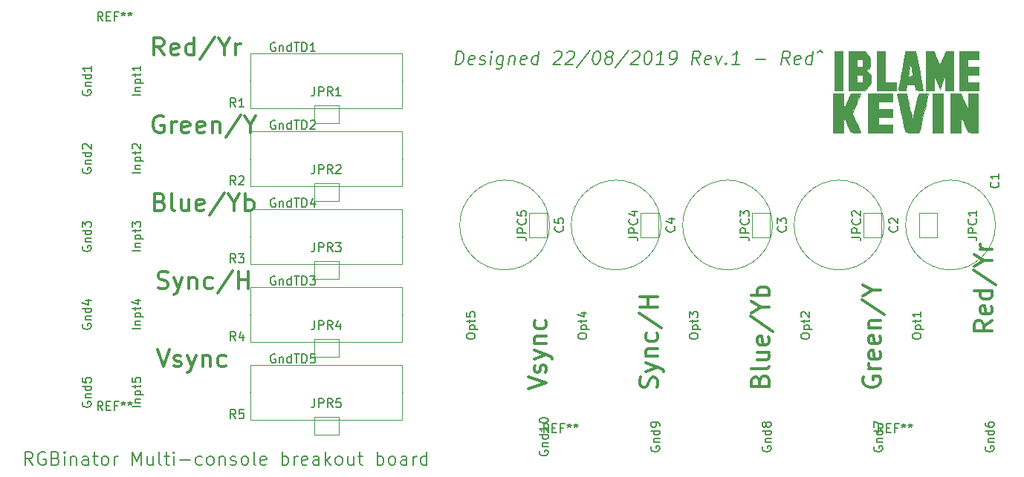
<source format=gbr>
G04 #@! TF.GenerationSoftware,KiCad,Pcbnew,(5.1.4)-1*
G04 #@! TF.CreationDate,2019-09-01T08:56:02+10:00*
G04 #@! TF.ProjectId,RGB BNC,52474220-424e-4432-9e6b-696361645f70,rev?*
G04 #@! TF.SameCoordinates,Original*
G04 #@! TF.FileFunction,Legend,Top*
G04 #@! TF.FilePolarity,Positive*
%FSLAX46Y46*%
G04 Gerber Fmt 4.6, Leading zero omitted, Abs format (unit mm)*
G04 Created by KiCad (PCBNEW (5.1.4)-1) date 2019-09-01 08:56:02*
%MOMM*%
%LPD*%
G04 APERTURE LIST*
%ADD10C,0.150000*%
%ADD11C,0.300000*%
%ADD12C,0.010000*%
%ADD13C,0.120000*%
G04 APERTURE END LIST*
D10*
X104871830Y-78148571D02*
X105059330Y-76648571D01*
X105416473Y-76648571D01*
X105621830Y-76720000D01*
X105746830Y-76862857D01*
X105800401Y-77005714D01*
X105836116Y-77291428D01*
X105809330Y-77505714D01*
X105702187Y-77791428D01*
X105612901Y-77934285D01*
X105452187Y-78077142D01*
X105228973Y-78148571D01*
X104871830Y-78148571D01*
X106952187Y-78077142D02*
X106800401Y-78148571D01*
X106514687Y-78148571D01*
X106380758Y-78077142D01*
X106327187Y-77934285D01*
X106398616Y-77362857D01*
X106487901Y-77220000D01*
X106639687Y-77148571D01*
X106925401Y-77148571D01*
X107059330Y-77220000D01*
X107112901Y-77362857D01*
X107095044Y-77505714D01*
X106362901Y-77648571D01*
X107595044Y-78077142D02*
X107728973Y-78148571D01*
X108014687Y-78148571D01*
X108166473Y-78077142D01*
X108255758Y-77934285D01*
X108264687Y-77862857D01*
X108211116Y-77720000D01*
X108077187Y-77648571D01*
X107862901Y-77648571D01*
X107728973Y-77577142D01*
X107675401Y-77434285D01*
X107684330Y-77362857D01*
X107773616Y-77220000D01*
X107925401Y-77148571D01*
X108139687Y-77148571D01*
X108273616Y-77220000D01*
X108871830Y-78148571D02*
X108996830Y-77148571D01*
X109059330Y-76648571D02*
X108978973Y-76720000D01*
X109041473Y-76791428D01*
X109121830Y-76720000D01*
X109059330Y-76648571D01*
X109041473Y-76791428D01*
X110353973Y-77148571D02*
X110202187Y-78362857D01*
X110112901Y-78505714D01*
X110032544Y-78577142D01*
X109880758Y-78648571D01*
X109666473Y-78648571D01*
X109532544Y-78577142D01*
X110237901Y-78077142D02*
X110086116Y-78148571D01*
X109800401Y-78148571D01*
X109666473Y-78077142D01*
X109603973Y-78005714D01*
X109550401Y-77862857D01*
X109603973Y-77434285D01*
X109693258Y-77291428D01*
X109773616Y-77220000D01*
X109925401Y-77148571D01*
X110211116Y-77148571D01*
X110345044Y-77220000D01*
X111068258Y-77148571D02*
X110943258Y-78148571D01*
X111050401Y-77291428D02*
X111130758Y-77220000D01*
X111282544Y-77148571D01*
X111496830Y-77148571D01*
X111630758Y-77220000D01*
X111684330Y-77362857D01*
X111586116Y-78148571D01*
X112880758Y-78077142D02*
X112728973Y-78148571D01*
X112443258Y-78148571D01*
X112309330Y-78077142D01*
X112255758Y-77934285D01*
X112327187Y-77362857D01*
X112416473Y-77220000D01*
X112568258Y-77148571D01*
X112853973Y-77148571D01*
X112987901Y-77220000D01*
X113041473Y-77362857D01*
X113023616Y-77505714D01*
X112291473Y-77648571D01*
X114228973Y-78148571D02*
X114416473Y-76648571D01*
X114237901Y-78077142D02*
X114086116Y-78148571D01*
X113800401Y-78148571D01*
X113666473Y-78077142D01*
X113603973Y-78005714D01*
X113550401Y-77862857D01*
X113603973Y-77434285D01*
X113693258Y-77291428D01*
X113773616Y-77220000D01*
X113925401Y-77148571D01*
X114211116Y-77148571D01*
X114345044Y-77220000D01*
X116184330Y-76791428D02*
X116264687Y-76720000D01*
X116416473Y-76648571D01*
X116773616Y-76648571D01*
X116907544Y-76720000D01*
X116970044Y-76791428D01*
X117023616Y-76934285D01*
X117005758Y-77077142D01*
X116907544Y-77291428D01*
X115943258Y-78148571D01*
X116871830Y-78148571D01*
X117612901Y-76791428D02*
X117693258Y-76720000D01*
X117845044Y-76648571D01*
X118202187Y-76648571D01*
X118336116Y-76720000D01*
X118398616Y-76791428D01*
X118452187Y-76934285D01*
X118434330Y-77077142D01*
X118336116Y-77291428D01*
X117371830Y-78148571D01*
X118300401Y-78148571D01*
X120211116Y-76577142D02*
X118684330Y-78505714D01*
X120987901Y-76648571D02*
X121130758Y-76648571D01*
X121264687Y-76720000D01*
X121327187Y-76791428D01*
X121380758Y-76934285D01*
X121416473Y-77220000D01*
X121371830Y-77577142D01*
X121264687Y-77862857D01*
X121175401Y-78005714D01*
X121095044Y-78077142D01*
X120943258Y-78148571D01*
X120800401Y-78148571D01*
X120666473Y-78077142D01*
X120603973Y-78005714D01*
X120550401Y-77862857D01*
X120514687Y-77577142D01*
X120559330Y-77220000D01*
X120666473Y-76934285D01*
X120755758Y-76791428D01*
X120836116Y-76720000D01*
X120987901Y-76648571D01*
X122264687Y-77291428D02*
X122130758Y-77220000D01*
X122068258Y-77148571D01*
X122014687Y-77005714D01*
X122023616Y-76934285D01*
X122112901Y-76791428D01*
X122193258Y-76720000D01*
X122345044Y-76648571D01*
X122630758Y-76648571D01*
X122764687Y-76720000D01*
X122827187Y-76791428D01*
X122880758Y-76934285D01*
X122871830Y-77005714D01*
X122782544Y-77148571D01*
X122702187Y-77220000D01*
X122550401Y-77291428D01*
X122264687Y-77291428D01*
X122112901Y-77362857D01*
X122032544Y-77434285D01*
X121943258Y-77577142D01*
X121907544Y-77862857D01*
X121961116Y-78005714D01*
X122023616Y-78077142D01*
X122157544Y-78148571D01*
X122443258Y-78148571D01*
X122595044Y-78077142D01*
X122675401Y-78005714D01*
X122764687Y-77862857D01*
X122800401Y-77577142D01*
X122746830Y-77434285D01*
X122684330Y-77362857D01*
X122550401Y-77291428D01*
X124639687Y-76577142D02*
X123112901Y-78505714D01*
X125041473Y-76791428D02*
X125121830Y-76720000D01*
X125273616Y-76648571D01*
X125630758Y-76648571D01*
X125764687Y-76720000D01*
X125827187Y-76791428D01*
X125880758Y-76934285D01*
X125862901Y-77077142D01*
X125764687Y-77291428D01*
X124800401Y-78148571D01*
X125728973Y-78148571D01*
X126845044Y-76648571D02*
X126987901Y-76648571D01*
X127121830Y-76720000D01*
X127184330Y-76791428D01*
X127237901Y-76934285D01*
X127273616Y-77220000D01*
X127228973Y-77577142D01*
X127121830Y-77862857D01*
X127032544Y-78005714D01*
X126952187Y-78077142D01*
X126800401Y-78148571D01*
X126657544Y-78148571D01*
X126523616Y-78077142D01*
X126461116Y-78005714D01*
X126407544Y-77862857D01*
X126371830Y-77577142D01*
X126416473Y-77220000D01*
X126523616Y-76934285D01*
X126612901Y-76791428D01*
X126693258Y-76720000D01*
X126845044Y-76648571D01*
X128586116Y-78148571D02*
X127728973Y-78148571D01*
X128157544Y-78148571D02*
X128345044Y-76648571D01*
X128175401Y-76862857D01*
X128014687Y-77005714D01*
X127862901Y-77077142D01*
X129300401Y-78148571D02*
X129586116Y-78148571D01*
X129737901Y-78077142D01*
X129818258Y-78005714D01*
X129987901Y-77791428D01*
X130095044Y-77505714D01*
X130166473Y-76934285D01*
X130112901Y-76791428D01*
X130050401Y-76720000D01*
X129916473Y-76648571D01*
X129630758Y-76648571D01*
X129478973Y-76720000D01*
X129398616Y-76791428D01*
X129309330Y-76934285D01*
X129264687Y-77291428D01*
X129318258Y-77434285D01*
X129380758Y-77505714D01*
X129514687Y-77577142D01*
X129800401Y-77577142D01*
X129952187Y-77505714D01*
X130032544Y-77434285D01*
X130121830Y-77291428D01*
X132657544Y-78148571D02*
X132246830Y-77434285D01*
X131800401Y-78148571D02*
X131987901Y-76648571D01*
X132559330Y-76648571D01*
X132693258Y-76720000D01*
X132755758Y-76791428D01*
X132809330Y-76934285D01*
X132782544Y-77148571D01*
X132693258Y-77291428D01*
X132612901Y-77362857D01*
X132461116Y-77434285D01*
X131889687Y-77434285D01*
X133880758Y-78077142D02*
X133728973Y-78148571D01*
X133443258Y-78148571D01*
X133309330Y-78077142D01*
X133255758Y-77934285D01*
X133327187Y-77362857D01*
X133416473Y-77220000D01*
X133568258Y-77148571D01*
X133853973Y-77148571D01*
X133987901Y-77220000D01*
X134041473Y-77362857D01*
X134023616Y-77505714D01*
X133291473Y-77648571D01*
X134568258Y-77148571D02*
X134800401Y-78148571D01*
X135282544Y-77148571D01*
X135746830Y-78005714D02*
X135809330Y-78077142D01*
X135728973Y-78148571D01*
X135666473Y-78077142D01*
X135746830Y-78005714D01*
X135728973Y-78148571D01*
X137228973Y-78148571D02*
X136371830Y-78148571D01*
X136800401Y-78148571D02*
X136987901Y-76648571D01*
X136818258Y-76862857D01*
X136657544Y-77005714D01*
X136505758Y-77077142D01*
X139086116Y-77577142D02*
X140228973Y-77577142D01*
X142871830Y-78148571D02*
X142461116Y-77434285D01*
X142014687Y-78148571D02*
X142202187Y-76648571D01*
X142773616Y-76648571D01*
X142907544Y-76720000D01*
X142970044Y-76791428D01*
X143023616Y-76934285D01*
X142996830Y-77148571D01*
X142907544Y-77291428D01*
X142827187Y-77362857D01*
X142675401Y-77434285D01*
X142103973Y-77434285D01*
X144095044Y-78077142D02*
X143943258Y-78148571D01*
X143657544Y-78148571D01*
X143523616Y-78077142D01*
X143470044Y-77934285D01*
X143541473Y-77362857D01*
X143630758Y-77220000D01*
X143782544Y-77148571D01*
X144068258Y-77148571D01*
X144202187Y-77220000D01*
X144255758Y-77362857D01*
X144237901Y-77505714D01*
X143505758Y-77648571D01*
X145443258Y-78148571D02*
X145630758Y-76648571D01*
X145452187Y-78077142D02*
X145300401Y-78148571D01*
X145014687Y-78148571D01*
X144880758Y-78077142D01*
X144818258Y-78005714D01*
X144764687Y-77862857D01*
X144818258Y-77434285D01*
X144907544Y-77291428D01*
X144987901Y-77220000D01*
X145139687Y-77148571D01*
X145425401Y-77148571D01*
X145559330Y-77220000D01*
X146112901Y-76791428D02*
X146425401Y-76577142D01*
X146684330Y-76791428D01*
X56704285Y-123868571D02*
X56204285Y-123154285D01*
X55847142Y-123868571D02*
X55847142Y-122368571D01*
X56418571Y-122368571D01*
X56561428Y-122440000D01*
X56632857Y-122511428D01*
X56704285Y-122654285D01*
X56704285Y-122868571D01*
X56632857Y-123011428D01*
X56561428Y-123082857D01*
X56418571Y-123154285D01*
X55847142Y-123154285D01*
X58132857Y-122440000D02*
X57989999Y-122368571D01*
X57775714Y-122368571D01*
X57561428Y-122440000D01*
X57418571Y-122582857D01*
X57347142Y-122725714D01*
X57275714Y-123011428D01*
X57275714Y-123225714D01*
X57347142Y-123511428D01*
X57418571Y-123654285D01*
X57561428Y-123797142D01*
X57775714Y-123868571D01*
X57918571Y-123868571D01*
X58132857Y-123797142D01*
X58204285Y-123725714D01*
X58204285Y-123225714D01*
X57918571Y-123225714D01*
X59347142Y-123082857D02*
X59561428Y-123154285D01*
X59632857Y-123225714D01*
X59704285Y-123368571D01*
X59704285Y-123582857D01*
X59632857Y-123725714D01*
X59561428Y-123797142D01*
X59418571Y-123868571D01*
X58847142Y-123868571D01*
X58847142Y-122368571D01*
X59347142Y-122368571D01*
X59489999Y-122440000D01*
X59561428Y-122511428D01*
X59632857Y-122654285D01*
X59632857Y-122797142D01*
X59561428Y-122940000D01*
X59489999Y-123011428D01*
X59347142Y-123082857D01*
X58847142Y-123082857D01*
X60347142Y-123868571D02*
X60347142Y-122868571D01*
X60347142Y-122368571D02*
X60275714Y-122440000D01*
X60347142Y-122511428D01*
X60418571Y-122440000D01*
X60347142Y-122368571D01*
X60347142Y-122511428D01*
X61061428Y-122868571D02*
X61061428Y-123868571D01*
X61061428Y-123011428D02*
X61132857Y-122940000D01*
X61275714Y-122868571D01*
X61489999Y-122868571D01*
X61632857Y-122940000D01*
X61704285Y-123082857D01*
X61704285Y-123868571D01*
X63061428Y-123868571D02*
X63061428Y-123082857D01*
X62989999Y-122940000D01*
X62847142Y-122868571D01*
X62561428Y-122868571D01*
X62418571Y-122940000D01*
X63061428Y-123797142D02*
X62918571Y-123868571D01*
X62561428Y-123868571D01*
X62418571Y-123797142D01*
X62347142Y-123654285D01*
X62347142Y-123511428D01*
X62418571Y-123368571D01*
X62561428Y-123297142D01*
X62918571Y-123297142D01*
X63061428Y-123225714D01*
X63561428Y-122868571D02*
X64132857Y-122868571D01*
X63775714Y-122368571D02*
X63775714Y-123654285D01*
X63847142Y-123797142D01*
X63989999Y-123868571D01*
X64132857Y-123868571D01*
X64847142Y-123868571D02*
X64704285Y-123797142D01*
X64632857Y-123725714D01*
X64561428Y-123582857D01*
X64561428Y-123154285D01*
X64632857Y-123011428D01*
X64704285Y-122940000D01*
X64847142Y-122868571D01*
X65061428Y-122868571D01*
X65204285Y-122940000D01*
X65275714Y-123011428D01*
X65347142Y-123154285D01*
X65347142Y-123582857D01*
X65275714Y-123725714D01*
X65204285Y-123797142D01*
X65061428Y-123868571D01*
X64847142Y-123868571D01*
X65989999Y-123868571D02*
X65989999Y-122868571D01*
X65989999Y-123154285D02*
X66061428Y-123011428D01*
X66132857Y-122940000D01*
X66275714Y-122868571D01*
X66418571Y-122868571D01*
X68061428Y-123868571D02*
X68061428Y-122368571D01*
X68561428Y-123440000D01*
X69061428Y-122368571D01*
X69061428Y-123868571D01*
X70418571Y-122868571D02*
X70418571Y-123868571D01*
X69775714Y-122868571D02*
X69775714Y-123654285D01*
X69847142Y-123797142D01*
X69989999Y-123868571D01*
X70204285Y-123868571D01*
X70347142Y-123797142D01*
X70418571Y-123725714D01*
X71347142Y-123868571D02*
X71204285Y-123797142D01*
X71132857Y-123654285D01*
X71132857Y-122368571D01*
X71704285Y-122868571D02*
X72275714Y-122868571D01*
X71918571Y-122368571D02*
X71918571Y-123654285D01*
X71989999Y-123797142D01*
X72132857Y-123868571D01*
X72275714Y-123868571D01*
X72775714Y-123868571D02*
X72775714Y-122868571D01*
X72775714Y-122368571D02*
X72704285Y-122440000D01*
X72775714Y-122511428D01*
X72847142Y-122440000D01*
X72775714Y-122368571D01*
X72775714Y-122511428D01*
X73489999Y-123297142D02*
X74632857Y-123297142D01*
X75989999Y-123797142D02*
X75847142Y-123868571D01*
X75561428Y-123868571D01*
X75418571Y-123797142D01*
X75347142Y-123725714D01*
X75275714Y-123582857D01*
X75275714Y-123154285D01*
X75347142Y-123011428D01*
X75418571Y-122940000D01*
X75561428Y-122868571D01*
X75847142Y-122868571D01*
X75989999Y-122940000D01*
X76847142Y-123868571D02*
X76704285Y-123797142D01*
X76632857Y-123725714D01*
X76561428Y-123582857D01*
X76561428Y-123154285D01*
X76632857Y-123011428D01*
X76704285Y-122940000D01*
X76847142Y-122868571D01*
X77061428Y-122868571D01*
X77204285Y-122940000D01*
X77275714Y-123011428D01*
X77347142Y-123154285D01*
X77347142Y-123582857D01*
X77275714Y-123725714D01*
X77204285Y-123797142D01*
X77061428Y-123868571D01*
X76847142Y-123868571D01*
X77990000Y-122868571D02*
X77990000Y-123868571D01*
X77990000Y-123011428D02*
X78061428Y-122940000D01*
X78204285Y-122868571D01*
X78418571Y-122868571D01*
X78561428Y-122940000D01*
X78632857Y-123082857D01*
X78632857Y-123868571D01*
X79275714Y-123797142D02*
X79418571Y-123868571D01*
X79704285Y-123868571D01*
X79847142Y-123797142D01*
X79918571Y-123654285D01*
X79918571Y-123582857D01*
X79847142Y-123440000D01*
X79704285Y-123368571D01*
X79490000Y-123368571D01*
X79347142Y-123297142D01*
X79275714Y-123154285D01*
X79275714Y-123082857D01*
X79347142Y-122940000D01*
X79490000Y-122868571D01*
X79704285Y-122868571D01*
X79847142Y-122940000D01*
X80775714Y-123868571D02*
X80632857Y-123797142D01*
X80561428Y-123725714D01*
X80490000Y-123582857D01*
X80490000Y-123154285D01*
X80561428Y-123011428D01*
X80632857Y-122940000D01*
X80775714Y-122868571D01*
X80990000Y-122868571D01*
X81132857Y-122940000D01*
X81204285Y-123011428D01*
X81275714Y-123154285D01*
X81275714Y-123582857D01*
X81204285Y-123725714D01*
X81132857Y-123797142D01*
X80990000Y-123868571D01*
X80775714Y-123868571D01*
X82132857Y-123868571D02*
X81990000Y-123797142D01*
X81918571Y-123654285D01*
X81918571Y-122368571D01*
X83275714Y-123797142D02*
X83132857Y-123868571D01*
X82847142Y-123868571D01*
X82704285Y-123797142D01*
X82632857Y-123654285D01*
X82632857Y-123082857D01*
X82704285Y-122940000D01*
X82847142Y-122868571D01*
X83132857Y-122868571D01*
X83275714Y-122940000D01*
X83347142Y-123082857D01*
X83347142Y-123225714D01*
X82632857Y-123368571D01*
X85132857Y-123868571D02*
X85132857Y-122368571D01*
X85132857Y-122940000D02*
X85275714Y-122868571D01*
X85561428Y-122868571D01*
X85704285Y-122940000D01*
X85775714Y-123011428D01*
X85847142Y-123154285D01*
X85847142Y-123582857D01*
X85775714Y-123725714D01*
X85704285Y-123797142D01*
X85561428Y-123868571D01*
X85275714Y-123868571D01*
X85132857Y-123797142D01*
X86490000Y-123868571D02*
X86490000Y-122868571D01*
X86490000Y-123154285D02*
X86561428Y-123011428D01*
X86632857Y-122940000D01*
X86775714Y-122868571D01*
X86918571Y-122868571D01*
X87990000Y-123797142D02*
X87847142Y-123868571D01*
X87561428Y-123868571D01*
X87418571Y-123797142D01*
X87347142Y-123654285D01*
X87347142Y-123082857D01*
X87418571Y-122940000D01*
X87561428Y-122868571D01*
X87847142Y-122868571D01*
X87990000Y-122940000D01*
X88061428Y-123082857D01*
X88061428Y-123225714D01*
X87347142Y-123368571D01*
X89347142Y-123868571D02*
X89347142Y-123082857D01*
X89275714Y-122940000D01*
X89132857Y-122868571D01*
X88847142Y-122868571D01*
X88704285Y-122940000D01*
X89347142Y-123797142D02*
X89204285Y-123868571D01*
X88847142Y-123868571D01*
X88704285Y-123797142D01*
X88632857Y-123654285D01*
X88632857Y-123511428D01*
X88704285Y-123368571D01*
X88847142Y-123297142D01*
X89204285Y-123297142D01*
X89347142Y-123225714D01*
X90061428Y-123868571D02*
X90061428Y-122368571D01*
X90204285Y-123297142D02*
X90632857Y-123868571D01*
X90632857Y-122868571D02*
X90061428Y-123440000D01*
X91490000Y-123868571D02*
X91347142Y-123797142D01*
X91275714Y-123725714D01*
X91204285Y-123582857D01*
X91204285Y-123154285D01*
X91275714Y-123011428D01*
X91347142Y-122940000D01*
X91490000Y-122868571D01*
X91704285Y-122868571D01*
X91847142Y-122940000D01*
X91918571Y-123011428D01*
X91990000Y-123154285D01*
X91990000Y-123582857D01*
X91918571Y-123725714D01*
X91847142Y-123797142D01*
X91704285Y-123868571D01*
X91490000Y-123868571D01*
X93275714Y-122868571D02*
X93275714Y-123868571D01*
X92632857Y-122868571D02*
X92632857Y-123654285D01*
X92704285Y-123797142D01*
X92847142Y-123868571D01*
X93061428Y-123868571D01*
X93204285Y-123797142D01*
X93275714Y-123725714D01*
X93775714Y-122868571D02*
X94347142Y-122868571D01*
X93990000Y-122368571D02*
X93990000Y-123654285D01*
X94061428Y-123797142D01*
X94204285Y-123868571D01*
X94347142Y-123868571D01*
X95990000Y-123868571D02*
X95990000Y-122368571D01*
X95990000Y-122940000D02*
X96132857Y-122868571D01*
X96418571Y-122868571D01*
X96561428Y-122940000D01*
X96632857Y-123011428D01*
X96704285Y-123154285D01*
X96704285Y-123582857D01*
X96632857Y-123725714D01*
X96561428Y-123797142D01*
X96418571Y-123868571D01*
X96132857Y-123868571D01*
X95990000Y-123797142D01*
X97561428Y-123868571D02*
X97418571Y-123797142D01*
X97347142Y-123725714D01*
X97275714Y-123582857D01*
X97275714Y-123154285D01*
X97347142Y-123011428D01*
X97418571Y-122940000D01*
X97561428Y-122868571D01*
X97775714Y-122868571D01*
X97918571Y-122940000D01*
X97990000Y-123011428D01*
X98061428Y-123154285D01*
X98061428Y-123582857D01*
X97990000Y-123725714D01*
X97918571Y-123797142D01*
X97775714Y-123868571D01*
X97561428Y-123868571D01*
X99347142Y-123868571D02*
X99347142Y-123082857D01*
X99275714Y-122940000D01*
X99132857Y-122868571D01*
X98847142Y-122868571D01*
X98704285Y-122940000D01*
X99347142Y-123797142D02*
X99204285Y-123868571D01*
X98847142Y-123868571D01*
X98704285Y-123797142D01*
X98632857Y-123654285D01*
X98632857Y-123511428D01*
X98704285Y-123368571D01*
X98847142Y-123297142D01*
X99204285Y-123297142D01*
X99347142Y-123225714D01*
X100061428Y-123868571D02*
X100061428Y-122868571D01*
X100061428Y-123154285D02*
X100132857Y-123011428D01*
X100204285Y-122940000D01*
X100347142Y-122868571D01*
X100490000Y-122868571D01*
X101632857Y-123868571D02*
X101632857Y-122368571D01*
X101632857Y-123797142D02*
X101490000Y-123868571D01*
X101204285Y-123868571D01*
X101061428Y-123797142D01*
X100990000Y-123725714D01*
X100918571Y-123582857D01*
X100918571Y-123154285D01*
X100990000Y-123011428D01*
X101061428Y-122940000D01*
X101204285Y-122868571D01*
X101490000Y-122868571D01*
X101632857Y-122940000D01*
D11*
X113204761Y-115184523D02*
X115204761Y-114517857D01*
X113204761Y-113851190D01*
X115109523Y-113279761D02*
X115204761Y-113089285D01*
X115204761Y-112708333D01*
X115109523Y-112517857D01*
X114919047Y-112422619D01*
X114823809Y-112422619D01*
X114633333Y-112517857D01*
X114538095Y-112708333D01*
X114538095Y-112994047D01*
X114442857Y-113184523D01*
X114252380Y-113279761D01*
X114157142Y-113279761D01*
X113966666Y-113184523D01*
X113871428Y-112994047D01*
X113871428Y-112708333D01*
X113966666Y-112517857D01*
X113871428Y-111755952D02*
X115204761Y-111279761D01*
X113871428Y-110803571D02*
X115204761Y-111279761D01*
X115680952Y-111470238D01*
X115776190Y-111565476D01*
X115871428Y-111755952D01*
X113871428Y-110041666D02*
X115204761Y-110041666D01*
X114061904Y-110041666D02*
X113966666Y-109946428D01*
X113871428Y-109755952D01*
X113871428Y-109470238D01*
X113966666Y-109279761D01*
X114157142Y-109184523D01*
X115204761Y-109184523D01*
X115109523Y-107375000D02*
X115204761Y-107565476D01*
X115204761Y-107946428D01*
X115109523Y-108136904D01*
X115014285Y-108232142D01*
X114823809Y-108327380D01*
X114252380Y-108327380D01*
X114061904Y-108232142D01*
X113966666Y-108136904D01*
X113871428Y-107946428D01*
X113871428Y-107565476D01*
X113966666Y-107375000D01*
X127809523Y-114994047D02*
X127904761Y-114708333D01*
X127904761Y-114232142D01*
X127809523Y-114041666D01*
X127714285Y-113946428D01*
X127523809Y-113851190D01*
X127333333Y-113851190D01*
X127142857Y-113946428D01*
X127047619Y-114041666D01*
X126952380Y-114232142D01*
X126857142Y-114613095D01*
X126761904Y-114803571D01*
X126666666Y-114898809D01*
X126476190Y-114994047D01*
X126285714Y-114994047D01*
X126095238Y-114898809D01*
X126000000Y-114803571D01*
X125904761Y-114613095D01*
X125904761Y-114136904D01*
X126000000Y-113851190D01*
X126571428Y-113184523D02*
X127904761Y-112708333D01*
X126571428Y-112232142D02*
X127904761Y-112708333D01*
X128380952Y-112898809D01*
X128476190Y-112994047D01*
X128571428Y-113184523D01*
X126571428Y-111470238D02*
X127904761Y-111470238D01*
X126761904Y-111470238D02*
X126666666Y-111375000D01*
X126571428Y-111184523D01*
X126571428Y-110898809D01*
X126666666Y-110708333D01*
X126857142Y-110613095D01*
X127904761Y-110613095D01*
X127809523Y-108803571D02*
X127904761Y-108994047D01*
X127904761Y-109375000D01*
X127809523Y-109565476D01*
X127714285Y-109660714D01*
X127523809Y-109755952D01*
X126952380Y-109755952D01*
X126761904Y-109660714D01*
X126666666Y-109565476D01*
X126571428Y-109375000D01*
X126571428Y-108994047D01*
X126666666Y-108803571D01*
X125809523Y-106517857D02*
X128380952Y-108232142D01*
X127904761Y-105851190D02*
X125904761Y-105851190D01*
X126857142Y-105851190D02*
X126857142Y-104708333D01*
X127904761Y-104708333D02*
X125904761Y-104708333D01*
X139557142Y-114232142D02*
X139652380Y-113946428D01*
X139747619Y-113851190D01*
X139938095Y-113755952D01*
X140223809Y-113755952D01*
X140414285Y-113851190D01*
X140509523Y-113946428D01*
X140604761Y-114136904D01*
X140604761Y-114898809D01*
X138604761Y-114898809D01*
X138604761Y-114232142D01*
X138700000Y-114041666D01*
X138795238Y-113946428D01*
X138985714Y-113851190D01*
X139176190Y-113851190D01*
X139366666Y-113946428D01*
X139461904Y-114041666D01*
X139557142Y-114232142D01*
X139557142Y-114898809D01*
X140604761Y-112613095D02*
X140509523Y-112803571D01*
X140319047Y-112898809D01*
X138604761Y-112898809D01*
X139271428Y-110994047D02*
X140604761Y-110994047D01*
X139271428Y-111851190D02*
X140319047Y-111851190D01*
X140509523Y-111755952D01*
X140604761Y-111565476D01*
X140604761Y-111279761D01*
X140509523Y-111089285D01*
X140414285Y-110994047D01*
X140509523Y-109279761D02*
X140604761Y-109470238D01*
X140604761Y-109851190D01*
X140509523Y-110041666D01*
X140319047Y-110136904D01*
X139557142Y-110136904D01*
X139366666Y-110041666D01*
X139271428Y-109851190D01*
X139271428Y-109470238D01*
X139366666Y-109279761D01*
X139557142Y-109184523D01*
X139747619Y-109184523D01*
X139938095Y-110136904D01*
X138509523Y-106898809D02*
X141080952Y-108613095D01*
X139652380Y-105851190D02*
X140604761Y-105851190D01*
X138604761Y-106517857D02*
X139652380Y-105851190D01*
X138604761Y-105184523D01*
X140604761Y-104517857D02*
X138604761Y-104517857D01*
X139366666Y-104517857D02*
X139271428Y-104327380D01*
X139271428Y-103946428D01*
X139366666Y-103755952D01*
X139461904Y-103660714D01*
X139652380Y-103565476D01*
X140223809Y-103565476D01*
X140414285Y-103660714D01*
X140509523Y-103755952D01*
X140604761Y-103946428D01*
X140604761Y-104327380D01*
X140509523Y-104517857D01*
X151400000Y-113851190D02*
X151304761Y-114041666D01*
X151304761Y-114327380D01*
X151400000Y-114613095D01*
X151590476Y-114803571D01*
X151780952Y-114898809D01*
X152161904Y-114994047D01*
X152447619Y-114994047D01*
X152828571Y-114898809D01*
X153019047Y-114803571D01*
X153209523Y-114613095D01*
X153304761Y-114327380D01*
X153304761Y-114136904D01*
X153209523Y-113851190D01*
X153114285Y-113755952D01*
X152447619Y-113755952D01*
X152447619Y-114136904D01*
X153304761Y-112898809D02*
X151971428Y-112898809D01*
X152352380Y-112898809D02*
X152161904Y-112803571D01*
X152066666Y-112708333D01*
X151971428Y-112517857D01*
X151971428Y-112327380D01*
X153209523Y-110898809D02*
X153304761Y-111089285D01*
X153304761Y-111470238D01*
X153209523Y-111660714D01*
X153019047Y-111755952D01*
X152257142Y-111755952D01*
X152066666Y-111660714D01*
X151971428Y-111470238D01*
X151971428Y-111089285D01*
X152066666Y-110898809D01*
X152257142Y-110803571D01*
X152447619Y-110803571D01*
X152638095Y-111755952D01*
X153209523Y-109184523D02*
X153304761Y-109375000D01*
X153304761Y-109755952D01*
X153209523Y-109946428D01*
X153019047Y-110041666D01*
X152257142Y-110041666D01*
X152066666Y-109946428D01*
X151971428Y-109755952D01*
X151971428Y-109375000D01*
X152066666Y-109184523D01*
X152257142Y-109089285D01*
X152447619Y-109089285D01*
X152638095Y-110041666D01*
X151971428Y-108232142D02*
X153304761Y-108232142D01*
X152161904Y-108232142D02*
X152066666Y-108136904D01*
X151971428Y-107946428D01*
X151971428Y-107660714D01*
X152066666Y-107470238D01*
X152257142Y-107375000D01*
X153304761Y-107375000D01*
X151209523Y-104994047D02*
X153780952Y-106708333D01*
X152352380Y-103946428D02*
X153304761Y-103946428D01*
X151304761Y-104613095D02*
X152352380Y-103946428D01*
X151304761Y-103279761D01*
X166004761Y-107405952D02*
X165052380Y-108072619D01*
X166004761Y-108548809D02*
X164004761Y-108548809D01*
X164004761Y-107786904D01*
X164100000Y-107596428D01*
X164195238Y-107501190D01*
X164385714Y-107405952D01*
X164671428Y-107405952D01*
X164861904Y-107501190D01*
X164957142Y-107596428D01*
X165052380Y-107786904D01*
X165052380Y-108548809D01*
X165909523Y-105786904D02*
X166004761Y-105977380D01*
X166004761Y-106358333D01*
X165909523Y-106548809D01*
X165719047Y-106644047D01*
X164957142Y-106644047D01*
X164766666Y-106548809D01*
X164671428Y-106358333D01*
X164671428Y-105977380D01*
X164766666Y-105786904D01*
X164957142Y-105691666D01*
X165147619Y-105691666D01*
X165338095Y-106644047D01*
X166004761Y-103977380D02*
X164004761Y-103977380D01*
X165909523Y-103977380D02*
X166004761Y-104167857D01*
X166004761Y-104548809D01*
X165909523Y-104739285D01*
X165814285Y-104834523D01*
X165623809Y-104929761D01*
X165052380Y-104929761D01*
X164861904Y-104834523D01*
X164766666Y-104739285D01*
X164671428Y-104548809D01*
X164671428Y-104167857D01*
X164766666Y-103977380D01*
X163909523Y-101596428D02*
X166480952Y-103310714D01*
X165052380Y-100548809D02*
X166004761Y-100548809D01*
X164004761Y-101215476D02*
X165052380Y-100548809D01*
X164004761Y-99882142D01*
X166004761Y-99215476D02*
X164671428Y-99215476D01*
X165052380Y-99215476D02*
X164861904Y-99120238D01*
X164766666Y-99025000D01*
X164671428Y-98834523D01*
X164671428Y-98644047D01*
X70930000Y-110664761D02*
X71596666Y-112664761D01*
X72263333Y-110664761D01*
X72834761Y-112569523D02*
X73025238Y-112664761D01*
X73406190Y-112664761D01*
X73596666Y-112569523D01*
X73691904Y-112379047D01*
X73691904Y-112283809D01*
X73596666Y-112093333D01*
X73406190Y-111998095D01*
X73120476Y-111998095D01*
X72930000Y-111902857D01*
X72834761Y-111712380D01*
X72834761Y-111617142D01*
X72930000Y-111426666D01*
X73120476Y-111331428D01*
X73406190Y-111331428D01*
X73596666Y-111426666D01*
X74358571Y-111331428D02*
X74834761Y-112664761D01*
X75310952Y-111331428D02*
X74834761Y-112664761D01*
X74644285Y-113140952D01*
X74549047Y-113236190D01*
X74358571Y-113331428D01*
X76072857Y-111331428D02*
X76072857Y-112664761D01*
X76072857Y-111521904D02*
X76168095Y-111426666D01*
X76358571Y-111331428D01*
X76644285Y-111331428D01*
X76834761Y-111426666D01*
X76930000Y-111617142D01*
X76930000Y-112664761D01*
X78739523Y-112569523D02*
X78549047Y-112664761D01*
X78168095Y-112664761D01*
X77977619Y-112569523D01*
X77882380Y-112474285D01*
X77787142Y-112283809D01*
X77787142Y-111712380D01*
X77882380Y-111521904D01*
X77977619Y-111426666D01*
X78168095Y-111331428D01*
X78549047Y-111331428D01*
X78739523Y-111426666D01*
X71664047Y-77104761D02*
X70997380Y-76152380D01*
X70521190Y-77104761D02*
X70521190Y-75104761D01*
X71283095Y-75104761D01*
X71473571Y-75200000D01*
X71568809Y-75295238D01*
X71664047Y-75485714D01*
X71664047Y-75771428D01*
X71568809Y-75961904D01*
X71473571Y-76057142D01*
X71283095Y-76152380D01*
X70521190Y-76152380D01*
X73283095Y-77009523D02*
X73092619Y-77104761D01*
X72711666Y-77104761D01*
X72521190Y-77009523D01*
X72425952Y-76819047D01*
X72425952Y-76057142D01*
X72521190Y-75866666D01*
X72711666Y-75771428D01*
X73092619Y-75771428D01*
X73283095Y-75866666D01*
X73378333Y-76057142D01*
X73378333Y-76247619D01*
X72425952Y-76438095D01*
X75092619Y-77104761D02*
X75092619Y-75104761D01*
X75092619Y-77009523D02*
X74902142Y-77104761D01*
X74521190Y-77104761D01*
X74330714Y-77009523D01*
X74235476Y-76914285D01*
X74140238Y-76723809D01*
X74140238Y-76152380D01*
X74235476Y-75961904D01*
X74330714Y-75866666D01*
X74521190Y-75771428D01*
X74902142Y-75771428D01*
X75092619Y-75866666D01*
X77473571Y-75009523D02*
X75759285Y-77580952D01*
X78521190Y-76152380D02*
X78521190Y-77104761D01*
X77854523Y-75104761D02*
X78521190Y-76152380D01*
X79187857Y-75104761D01*
X79854523Y-77104761D02*
X79854523Y-75771428D01*
X79854523Y-76152380D02*
X79949761Y-75961904D01*
X80045000Y-75866666D01*
X80235476Y-75771428D01*
X80425952Y-75771428D01*
X71247619Y-93837142D02*
X71533333Y-93932380D01*
X71628571Y-94027619D01*
X71723809Y-94218095D01*
X71723809Y-94503809D01*
X71628571Y-94694285D01*
X71533333Y-94789523D01*
X71342857Y-94884761D01*
X70580952Y-94884761D01*
X70580952Y-92884761D01*
X71247619Y-92884761D01*
X71438095Y-92980000D01*
X71533333Y-93075238D01*
X71628571Y-93265714D01*
X71628571Y-93456190D01*
X71533333Y-93646666D01*
X71438095Y-93741904D01*
X71247619Y-93837142D01*
X70580952Y-93837142D01*
X72866666Y-94884761D02*
X72676190Y-94789523D01*
X72580952Y-94599047D01*
X72580952Y-92884761D01*
X74485714Y-93551428D02*
X74485714Y-94884761D01*
X73628571Y-93551428D02*
X73628571Y-94599047D01*
X73723809Y-94789523D01*
X73914285Y-94884761D01*
X74200000Y-94884761D01*
X74390476Y-94789523D01*
X74485714Y-94694285D01*
X76200000Y-94789523D02*
X76009523Y-94884761D01*
X75628571Y-94884761D01*
X75438095Y-94789523D01*
X75342857Y-94599047D01*
X75342857Y-93837142D01*
X75438095Y-93646666D01*
X75628571Y-93551428D01*
X76009523Y-93551428D01*
X76200000Y-93646666D01*
X76295238Y-93837142D01*
X76295238Y-94027619D01*
X75342857Y-94218095D01*
X78580952Y-92789523D02*
X76866666Y-95360952D01*
X79628571Y-93932380D02*
X79628571Y-94884761D01*
X78961904Y-92884761D02*
X79628571Y-93932380D01*
X80295238Y-92884761D01*
X80961904Y-94884761D02*
X80961904Y-92884761D01*
X80961904Y-93646666D02*
X81152380Y-93551428D01*
X81533333Y-93551428D01*
X81723809Y-93646666D01*
X81819047Y-93741904D01*
X81914285Y-93932380D01*
X81914285Y-94503809D01*
X81819047Y-94694285D01*
X81723809Y-94789523D01*
X81533333Y-94884761D01*
X81152380Y-94884761D01*
X80961904Y-94789523D01*
X71009523Y-103679523D02*
X71295238Y-103774761D01*
X71771428Y-103774761D01*
X71961904Y-103679523D01*
X72057142Y-103584285D01*
X72152380Y-103393809D01*
X72152380Y-103203333D01*
X72057142Y-103012857D01*
X71961904Y-102917619D01*
X71771428Y-102822380D01*
X71390476Y-102727142D01*
X71200000Y-102631904D01*
X71104761Y-102536666D01*
X71009523Y-102346190D01*
X71009523Y-102155714D01*
X71104761Y-101965238D01*
X71200000Y-101870000D01*
X71390476Y-101774761D01*
X71866666Y-101774761D01*
X72152380Y-101870000D01*
X72819047Y-102441428D02*
X73295238Y-103774761D01*
X73771428Y-102441428D02*
X73295238Y-103774761D01*
X73104761Y-104250952D01*
X73009523Y-104346190D01*
X72819047Y-104441428D01*
X74533333Y-102441428D02*
X74533333Y-103774761D01*
X74533333Y-102631904D02*
X74628571Y-102536666D01*
X74819047Y-102441428D01*
X75104761Y-102441428D01*
X75295238Y-102536666D01*
X75390476Y-102727142D01*
X75390476Y-103774761D01*
X77200000Y-103679523D02*
X77009523Y-103774761D01*
X76628571Y-103774761D01*
X76438095Y-103679523D01*
X76342857Y-103584285D01*
X76247619Y-103393809D01*
X76247619Y-102822380D01*
X76342857Y-102631904D01*
X76438095Y-102536666D01*
X76628571Y-102441428D01*
X77009523Y-102441428D01*
X77200000Y-102536666D01*
X79485714Y-101679523D02*
X77771428Y-104250952D01*
X80152380Y-103774761D02*
X80152380Y-101774761D01*
X80152380Y-102727142D02*
X81295238Y-102727142D01*
X81295238Y-103774761D02*
X81295238Y-101774761D01*
X71580952Y-84090000D02*
X71390476Y-83994761D01*
X71104761Y-83994761D01*
X70819047Y-84090000D01*
X70628571Y-84280476D01*
X70533333Y-84470952D01*
X70438095Y-84851904D01*
X70438095Y-85137619D01*
X70533333Y-85518571D01*
X70628571Y-85709047D01*
X70819047Y-85899523D01*
X71104761Y-85994761D01*
X71295238Y-85994761D01*
X71580952Y-85899523D01*
X71676190Y-85804285D01*
X71676190Y-85137619D01*
X71295238Y-85137619D01*
X72533333Y-85994761D02*
X72533333Y-84661428D01*
X72533333Y-85042380D02*
X72628571Y-84851904D01*
X72723809Y-84756666D01*
X72914285Y-84661428D01*
X73104761Y-84661428D01*
X74533333Y-85899523D02*
X74342857Y-85994761D01*
X73961904Y-85994761D01*
X73771428Y-85899523D01*
X73676190Y-85709047D01*
X73676190Y-84947142D01*
X73771428Y-84756666D01*
X73961904Y-84661428D01*
X74342857Y-84661428D01*
X74533333Y-84756666D01*
X74628571Y-84947142D01*
X74628571Y-85137619D01*
X73676190Y-85328095D01*
X76247619Y-85899523D02*
X76057142Y-85994761D01*
X75676190Y-85994761D01*
X75485714Y-85899523D01*
X75390476Y-85709047D01*
X75390476Y-84947142D01*
X75485714Y-84756666D01*
X75676190Y-84661428D01*
X76057142Y-84661428D01*
X76247619Y-84756666D01*
X76342857Y-84947142D01*
X76342857Y-85137619D01*
X75390476Y-85328095D01*
X77200000Y-84661428D02*
X77200000Y-85994761D01*
X77200000Y-84851904D02*
X77295238Y-84756666D01*
X77485714Y-84661428D01*
X77771428Y-84661428D01*
X77961904Y-84756666D01*
X78057142Y-84947142D01*
X78057142Y-85994761D01*
X80438095Y-83899523D02*
X78723809Y-86470952D01*
X81485714Y-85042380D02*
X81485714Y-85994761D01*
X80819047Y-83994761D02*
X81485714Y-85042380D01*
X82152380Y-83994761D01*
D12*
G36*
X164507334Y-77554667D02*
G01*
X163237334Y-77554667D01*
X163237334Y-78401333D01*
X164507334Y-78401333D01*
X164507334Y-79332667D01*
X163237334Y-79332667D01*
X163237334Y-80179333D01*
X164507334Y-80179333D01*
X164507334Y-81110667D01*
X162306000Y-81110667D01*
X162306000Y-76623333D01*
X164507334Y-76623333D01*
X164507334Y-77554667D01*
X164507334Y-77554667D01*
G37*
X164507334Y-77554667D02*
X163237334Y-77554667D01*
X163237334Y-78401333D01*
X164507334Y-78401333D01*
X164507334Y-79332667D01*
X163237334Y-79332667D01*
X163237334Y-80179333D01*
X164507334Y-80179333D01*
X164507334Y-81110667D01*
X162306000Y-81110667D01*
X162306000Y-76623333D01*
X164507334Y-76623333D01*
X164507334Y-77554667D01*
G36*
X161628667Y-81110667D02*
G01*
X160697334Y-81110667D01*
X160688748Y-79459667D01*
X160374166Y-80237551D01*
X160059585Y-81015435D01*
X159748397Y-80237551D01*
X159437210Y-79459667D01*
X159427334Y-81110667D01*
X158496000Y-81110667D01*
X158496000Y-76623333D01*
X159385000Y-76623753D01*
X159686082Y-77391991D01*
X159821886Y-77717836D01*
X159943490Y-77972487D01*
X160034013Y-78122437D01*
X160067082Y-78148138D01*
X160130415Y-78069017D01*
X160235234Y-77866263D01*
X160364302Y-77575070D01*
X160443334Y-77379900D01*
X160739667Y-76623753D01*
X161628667Y-76623333D01*
X161628667Y-81110667D01*
X161628667Y-81110667D01*
G37*
X161628667Y-81110667D02*
X160697334Y-81110667D01*
X160688748Y-79459667D01*
X160374166Y-80237551D01*
X160059585Y-81015435D01*
X159748397Y-80237551D01*
X159437210Y-79459667D01*
X159427334Y-81110667D01*
X158496000Y-81110667D01*
X158496000Y-76623333D01*
X159385000Y-76623753D01*
X159686082Y-77391991D01*
X159821886Y-77717836D01*
X159943490Y-77972487D01*
X160034013Y-78122437D01*
X160067082Y-78148138D01*
X160130415Y-78069017D01*
X160235234Y-77866263D01*
X160364302Y-77575070D01*
X160443334Y-77379900D01*
X160739667Y-76623753D01*
X161628667Y-76623333D01*
X161628667Y-81110667D01*
G36*
X156696086Y-76639371D02*
G01*
X156733549Y-76640791D01*
X157341764Y-76665667D01*
X157693079Y-78570667D01*
X157797740Y-79137778D01*
X157895522Y-79666836D01*
X157981078Y-80128982D01*
X158049066Y-80495359D01*
X158094138Y-80737108D01*
X158105560Y-80797754D01*
X158166728Y-81119842D01*
X157717531Y-81094087D01*
X157268334Y-81068333D01*
X157215778Y-80433333D01*
X156296668Y-80433333D01*
X156188358Y-81110667D01*
X155775846Y-81110667D01*
X155513293Y-81096345D01*
X155387131Y-81047026D01*
X155363334Y-80983894D01*
X155378226Y-80868295D01*
X155420088Y-80610520D01*
X155484695Y-80234831D01*
X155567820Y-79765486D01*
X155625919Y-79444192D01*
X156481846Y-79444192D01*
X156569049Y-79495241D01*
X156708822Y-79502000D01*
X156906474Y-79472002D01*
X156971676Y-79372104D01*
X156972000Y-79360768D01*
X156956423Y-79151308D01*
X156916418Y-78885353D01*
X156862070Y-78609940D01*
X156803469Y-78372110D01*
X156750701Y-78218900D01*
X156720527Y-78188105D01*
X156673984Y-78288163D01*
X156624496Y-78501673D01*
X156597426Y-78674599D01*
X156554890Y-78969283D01*
X156511615Y-79221025D01*
X156492421Y-79311500D01*
X156481846Y-79444192D01*
X155625919Y-79444192D01*
X155665240Y-79226748D01*
X155744334Y-78796130D01*
X155849280Y-78226114D01*
X155943164Y-77711753D01*
X156021803Y-77276315D01*
X156081018Y-76943067D01*
X156116628Y-76735276D01*
X156125334Y-76675526D01*
X156202806Y-76649671D01*
X156407113Y-76636816D01*
X156696086Y-76639371D01*
X156696086Y-76639371D01*
G37*
X156696086Y-76639371D02*
X156733549Y-76640791D01*
X157341764Y-76665667D01*
X157693079Y-78570667D01*
X157797740Y-79137778D01*
X157895522Y-79666836D01*
X157981078Y-80128982D01*
X158049066Y-80495359D01*
X158094138Y-80737108D01*
X158105560Y-80797754D01*
X158166728Y-81119842D01*
X157717531Y-81094087D01*
X157268334Y-81068333D01*
X157215778Y-80433333D01*
X156296668Y-80433333D01*
X156188358Y-81110667D01*
X155775846Y-81110667D01*
X155513293Y-81096345D01*
X155387131Y-81047026D01*
X155363334Y-80983894D01*
X155378226Y-80868295D01*
X155420088Y-80610520D01*
X155484695Y-80234831D01*
X155567820Y-79765486D01*
X155625919Y-79444192D01*
X156481846Y-79444192D01*
X156569049Y-79495241D01*
X156708822Y-79502000D01*
X156906474Y-79472002D01*
X156971676Y-79372104D01*
X156972000Y-79360768D01*
X156956423Y-79151308D01*
X156916418Y-78885353D01*
X156862070Y-78609940D01*
X156803469Y-78372110D01*
X156750701Y-78218900D01*
X156720527Y-78188105D01*
X156673984Y-78288163D01*
X156624496Y-78501673D01*
X156597426Y-78674599D01*
X156554890Y-78969283D01*
X156511615Y-79221025D01*
X156492421Y-79311500D01*
X156481846Y-79444192D01*
X155625919Y-79444192D01*
X155665240Y-79226748D01*
X155744334Y-78796130D01*
X155849280Y-78226114D01*
X155943164Y-77711753D01*
X156021803Y-77276315D01*
X156081018Y-76943067D01*
X156116628Y-76735276D01*
X156125334Y-76675526D01*
X156202806Y-76649671D01*
X156407113Y-76636816D01*
X156696086Y-76639371D01*
G36*
X153839334Y-80179333D02*
G01*
X155109334Y-80179333D01*
X155109334Y-81110667D01*
X152908000Y-81110667D01*
X152908000Y-76623333D01*
X153839334Y-76623333D01*
X153839334Y-80179333D01*
X153839334Y-80179333D01*
G37*
X153839334Y-80179333D02*
X155109334Y-80179333D01*
X155109334Y-81110667D01*
X152908000Y-81110667D01*
X152908000Y-76623333D01*
X153839334Y-76623333D01*
X153839334Y-80179333D01*
G36*
X151832484Y-76944403D02*
G01*
X151997472Y-77123323D01*
X152091303Y-77274640D01*
X152134001Y-77456893D01*
X152145588Y-77728622D01*
X152146000Y-77860978D01*
X152138917Y-78187290D01*
X152108490Y-78395990D01*
X152040951Y-78538527D01*
X151933127Y-78656466D01*
X151720255Y-78856450D01*
X151975461Y-79119756D01*
X152123299Y-79293585D01*
X152200014Y-79465890D01*
X152227971Y-79703626D01*
X152230667Y-79883826D01*
X152222100Y-80174424D01*
X152176682Y-80370403D01*
X152064837Y-80543467D01*
X151874372Y-80747628D01*
X151518077Y-81110667D01*
X149690667Y-81110667D01*
X149690667Y-79332667D01*
X150622000Y-79332667D01*
X150622000Y-80179333D01*
X151299334Y-80179333D01*
X151299334Y-79332667D01*
X150622000Y-79332667D01*
X149690667Y-79332667D01*
X149690667Y-77554667D01*
X150622000Y-77554667D01*
X150622000Y-78401333D01*
X151299334Y-78401333D01*
X151299334Y-77554667D01*
X150622000Y-77554667D01*
X149690667Y-77554667D01*
X149690667Y-76623333D01*
X151518968Y-76623333D01*
X151832484Y-76944403D01*
X151832484Y-76944403D01*
G37*
X151832484Y-76944403D02*
X151997472Y-77123323D01*
X152091303Y-77274640D01*
X152134001Y-77456893D01*
X152145588Y-77728622D01*
X152146000Y-77860978D01*
X152138917Y-78187290D01*
X152108490Y-78395990D01*
X152040951Y-78538527D01*
X151933127Y-78656466D01*
X151720255Y-78856450D01*
X151975461Y-79119756D01*
X152123299Y-79293585D01*
X152200014Y-79465890D01*
X152227971Y-79703626D01*
X152230667Y-79883826D01*
X152222100Y-80174424D01*
X152176682Y-80370403D01*
X152064837Y-80543467D01*
X151874372Y-80747628D01*
X151518077Y-81110667D01*
X149690667Y-81110667D01*
X149690667Y-79332667D01*
X150622000Y-79332667D01*
X150622000Y-80179333D01*
X151299334Y-80179333D01*
X151299334Y-79332667D01*
X150622000Y-79332667D01*
X149690667Y-79332667D01*
X149690667Y-77554667D01*
X150622000Y-77554667D01*
X150622000Y-78401333D01*
X151299334Y-78401333D01*
X151299334Y-77554667D01*
X150622000Y-77554667D01*
X149690667Y-77554667D01*
X149690667Y-76623333D01*
X151518968Y-76623333D01*
X151832484Y-76944403D01*
G36*
X149013334Y-81110667D02*
G01*
X148082000Y-81110667D01*
X148082000Y-76623333D01*
X149013334Y-76623333D01*
X149013334Y-81110667D01*
X149013334Y-81110667D01*
G37*
X149013334Y-81110667D02*
X148082000Y-81110667D01*
X148082000Y-76623333D01*
X149013334Y-76623333D01*
X149013334Y-81110667D01*
G36*
X162812334Y-82301768D02*
G01*
X162969971Y-82650365D01*
X163108011Y-82938071D01*
X163209833Y-83131302D01*
X163254752Y-83195765D01*
X163282157Y-83134637D01*
X163304178Y-82936944D01*
X163318231Y-82635434D01*
X163322000Y-82343330D01*
X163322000Y-81449333D01*
X164422667Y-81449333D01*
X164422667Y-85944403D01*
X163861026Y-85919368D01*
X163299386Y-85894333D01*
X162908526Y-85014680D01*
X162517667Y-84135026D01*
X162493636Y-85035846D01*
X162469605Y-85936667D01*
X161290000Y-85936667D01*
X161290000Y-81449333D01*
X162437165Y-81449333D01*
X162812334Y-82301768D01*
X162812334Y-82301768D01*
G37*
X162812334Y-82301768D02*
X162969971Y-82650365D01*
X163108011Y-82938071D01*
X163209833Y-83131302D01*
X163254752Y-83195765D01*
X163282157Y-83134637D01*
X163304178Y-82936944D01*
X163318231Y-82635434D01*
X163322000Y-82343330D01*
X163322000Y-81449333D01*
X164422667Y-81449333D01*
X164422667Y-85944403D01*
X163861026Y-85919368D01*
X163299386Y-85894333D01*
X162908526Y-85014680D01*
X162517667Y-84135026D01*
X162493636Y-85035846D01*
X162469605Y-85936667D01*
X161290000Y-85936667D01*
X161290000Y-81449333D01*
X162437165Y-81449333D01*
X162812334Y-82301768D01*
G36*
X160443334Y-85936667D02*
G01*
X159258000Y-85936667D01*
X159258000Y-81449333D01*
X160443334Y-81449333D01*
X160443334Y-85936667D01*
X160443334Y-85936667D01*
G37*
X160443334Y-85936667D02*
X159258000Y-85936667D01*
X159258000Y-81449333D01*
X160443334Y-81449333D01*
X160443334Y-85936667D01*
G36*
X156374229Y-81893833D02*
G01*
X156531563Y-82635754D01*
X156659306Y-83225090D01*
X156760760Y-83675364D01*
X156839227Y-84000096D01*
X156898011Y-84212811D01*
X156940414Y-84327030D01*
X156969739Y-84356276D01*
X156974768Y-84352644D01*
X157012535Y-84250302D01*
X157076636Y-84012459D01*
X157159566Y-83669532D01*
X157253816Y-83251937D01*
X157304747Y-83015667D01*
X157401456Y-82563373D01*
X157488684Y-82161950D01*
X157559171Y-81844309D01*
X157605661Y-81643363D01*
X157617473Y-81597500D01*
X157672229Y-81514580D01*
X157800884Y-81468970D01*
X158041838Y-81450991D01*
X158205372Y-81449333D01*
X158484036Y-81455423D01*
X158680394Y-81471344D01*
X158750000Y-81492295D01*
X158731479Y-81582951D01*
X158679289Y-81816384D01*
X158598492Y-82170525D01*
X158494151Y-82623307D01*
X158371328Y-83152661D01*
X158242000Y-83706957D01*
X158106384Y-84287771D01*
X157984415Y-84812165D01*
X157881144Y-85258254D01*
X157801624Y-85604156D01*
X157750905Y-85827984D01*
X157734000Y-85907662D01*
X157655623Y-85920415D01*
X157445634Y-85930311D01*
X157141751Y-85935918D01*
X156969343Y-85936667D01*
X156557823Y-85927491D01*
X156299937Y-85898659D01*
X156180914Y-85848213D01*
X156170732Y-85830833D01*
X156136555Y-85701139D01*
X156073113Y-85439182D01*
X155986612Y-85072210D01*
X155883256Y-84627472D01*
X155769250Y-84132217D01*
X155650798Y-83613693D01*
X155534105Y-83099150D01*
X155425374Y-82615836D01*
X155330811Y-82191000D01*
X155256619Y-81851890D01*
X155209004Y-81625756D01*
X155194000Y-81541205D01*
X155274100Y-81488306D01*
X155497847Y-81456635D01*
X155737318Y-81449333D01*
X156280635Y-81449333D01*
X156374229Y-81893833D01*
X156374229Y-81893833D01*
G37*
X156374229Y-81893833D02*
X156531563Y-82635754D01*
X156659306Y-83225090D01*
X156760760Y-83675364D01*
X156839227Y-84000096D01*
X156898011Y-84212811D01*
X156940414Y-84327030D01*
X156969739Y-84356276D01*
X156974768Y-84352644D01*
X157012535Y-84250302D01*
X157076636Y-84012459D01*
X157159566Y-83669532D01*
X157253816Y-83251937D01*
X157304747Y-83015667D01*
X157401456Y-82563373D01*
X157488684Y-82161950D01*
X157559171Y-81844309D01*
X157605661Y-81643363D01*
X157617473Y-81597500D01*
X157672229Y-81514580D01*
X157800884Y-81468970D01*
X158041838Y-81450991D01*
X158205372Y-81449333D01*
X158484036Y-81455423D01*
X158680394Y-81471344D01*
X158750000Y-81492295D01*
X158731479Y-81582951D01*
X158679289Y-81816384D01*
X158598492Y-82170525D01*
X158494151Y-82623307D01*
X158371328Y-83152661D01*
X158242000Y-83706957D01*
X158106384Y-84287771D01*
X157984415Y-84812165D01*
X157881144Y-85258254D01*
X157801624Y-85604156D01*
X157750905Y-85827984D01*
X157734000Y-85907662D01*
X157655623Y-85920415D01*
X157445634Y-85930311D01*
X157141751Y-85935918D01*
X156969343Y-85936667D01*
X156557823Y-85927491D01*
X156299937Y-85898659D01*
X156180914Y-85848213D01*
X156170732Y-85830833D01*
X156136555Y-85701139D01*
X156073113Y-85439182D01*
X155986612Y-85072210D01*
X155883256Y-84627472D01*
X155769250Y-84132217D01*
X155650798Y-83613693D01*
X155534105Y-83099150D01*
X155425374Y-82615836D01*
X155330811Y-82191000D01*
X155256619Y-81851890D01*
X155209004Y-81625756D01*
X155194000Y-81541205D01*
X155274100Y-81488306D01*
X155497847Y-81456635D01*
X155737318Y-81449333D01*
X156280635Y-81449333D01*
X156374229Y-81893833D01*
G36*
X154686000Y-82380667D02*
G01*
X153077334Y-82380667D01*
X153077334Y-83227333D01*
X154686000Y-83227333D01*
X154686000Y-84158667D01*
X153077334Y-84158667D01*
X153077334Y-85005333D01*
X154686000Y-85005333D01*
X154686000Y-85936667D01*
X151892000Y-85936667D01*
X151892000Y-81449333D01*
X154686000Y-81449333D01*
X154686000Y-82380667D01*
X154686000Y-82380667D01*
G37*
X154686000Y-82380667D02*
X153077334Y-82380667D01*
X153077334Y-83227333D01*
X154686000Y-83227333D01*
X154686000Y-84158667D01*
X153077334Y-84158667D01*
X153077334Y-85005333D01*
X154686000Y-85005333D01*
X154686000Y-85936667D01*
X151892000Y-85936667D01*
X151892000Y-81449333D01*
X154686000Y-81449333D01*
X154686000Y-82380667D01*
G36*
X149116302Y-82359500D02*
G01*
X149140334Y-83269667D01*
X149531034Y-82380667D01*
X149921735Y-81491667D01*
X150483534Y-81466631D01*
X150766892Y-81458655D01*
X150968789Y-81461846D01*
X151045334Y-81475433D01*
X151012279Y-81560725D01*
X150921759Y-81770511D01*
X150786740Y-82075290D01*
X150620185Y-82445565D01*
X150579667Y-82534936D01*
X150406364Y-82926210D01*
X150262315Y-83269653D01*
X150160835Y-83532145D01*
X150115245Y-83680563D01*
X150114000Y-83693000D01*
X150147632Y-83816350D01*
X150239650Y-84059982D01*
X150376734Y-84390773D01*
X150545568Y-84775604D01*
X150579667Y-84851064D01*
X150751533Y-85232015D01*
X150894783Y-85554111D01*
X150996452Y-85787855D01*
X151043573Y-85903746D01*
X151045334Y-85910567D01*
X150968125Y-85924194D01*
X150765768Y-85927334D01*
X150483693Y-85919368D01*
X149922052Y-85894333D01*
X149531193Y-85014680D01*
X149140334Y-84135026D01*
X149116302Y-85035846D01*
X149092271Y-85936667D01*
X147912667Y-85936667D01*
X147912667Y-81449333D01*
X149092271Y-81449333D01*
X149116302Y-82359500D01*
X149116302Y-82359500D01*
G37*
X149116302Y-82359500D02*
X149140334Y-83269667D01*
X149531034Y-82380667D01*
X149921735Y-81491667D01*
X150483534Y-81466631D01*
X150766892Y-81458655D01*
X150968789Y-81461846D01*
X151045334Y-81475433D01*
X151012279Y-81560725D01*
X150921759Y-81770511D01*
X150786740Y-82075290D01*
X150620185Y-82445565D01*
X150579667Y-82534936D01*
X150406364Y-82926210D01*
X150262315Y-83269653D01*
X150160835Y-83532145D01*
X150115245Y-83680563D01*
X150114000Y-83693000D01*
X150147632Y-83816350D01*
X150239650Y-84059982D01*
X150376734Y-84390773D01*
X150545568Y-84775604D01*
X150579667Y-84851064D01*
X150751533Y-85232015D01*
X150894783Y-85554111D01*
X150996452Y-85787855D01*
X151043573Y-85903746D01*
X151045334Y-85910567D01*
X150968125Y-85924194D01*
X150765768Y-85927334D01*
X150483693Y-85919368D01*
X149922052Y-85894333D01*
X149531193Y-85014680D01*
X149140334Y-84135026D01*
X149116302Y-85035846D01*
X149092271Y-85936667D01*
X147912667Y-85936667D01*
X147912667Y-81449333D01*
X149092271Y-81449333D01*
X149116302Y-82359500D01*
D13*
X91570000Y-93710000D02*
X88770000Y-93710000D01*
X88770000Y-93710000D02*
X88770000Y-91710000D01*
X88770000Y-91710000D02*
X91570000Y-91710000D01*
X91570000Y-91710000D02*
X91570000Y-93710000D01*
X91570000Y-120380000D02*
X88770000Y-120380000D01*
X88770000Y-120380000D02*
X88770000Y-118380000D01*
X88770000Y-118380000D02*
X91570000Y-118380000D01*
X91570000Y-118380000D02*
X91570000Y-120380000D01*
X91570000Y-111490000D02*
X88770000Y-111490000D01*
X88770000Y-111490000D02*
X88770000Y-109490000D01*
X88770000Y-109490000D02*
X91570000Y-109490000D01*
X91570000Y-109490000D02*
X91570000Y-111490000D01*
X138700000Y-97920000D02*
X138700000Y-95120000D01*
X138700000Y-95120000D02*
X140700000Y-95120000D01*
X140700000Y-95120000D02*
X140700000Y-97920000D01*
X140700000Y-97920000D02*
X138700000Y-97920000D01*
X151400000Y-97920000D02*
X151400000Y-95120000D01*
X151400000Y-95120000D02*
X153400000Y-95120000D01*
X153400000Y-95120000D02*
X153400000Y-97920000D01*
X153400000Y-97920000D02*
X151400000Y-97920000D01*
X113300000Y-97920000D02*
X113300000Y-95120000D01*
X113300000Y-95120000D02*
X115300000Y-95120000D01*
X115300000Y-95120000D02*
X115300000Y-97920000D01*
X115300000Y-97920000D02*
X113300000Y-97920000D01*
X126000000Y-97920000D02*
X126000000Y-95120000D01*
X126000000Y-95120000D02*
X128000000Y-95120000D01*
X128000000Y-95120000D02*
X128000000Y-97920000D01*
X128000000Y-97920000D02*
X126000000Y-97920000D01*
X128310000Y-96480000D02*
G75*
G03X128310000Y-96480000I-5120000J0D01*
G01*
X98890000Y-80010000D02*
X98790000Y-80010000D01*
X81450000Y-80010000D02*
X81550000Y-80010000D01*
X98790000Y-76890000D02*
X81550000Y-76890000D01*
X98790000Y-83130000D02*
X98790000Y-76890000D01*
X81550000Y-83130000D02*
X98790000Y-83130000D01*
X81550000Y-76890000D02*
X81550000Y-83130000D01*
X91570000Y-84820000D02*
X88770000Y-84820000D01*
X88770000Y-84820000D02*
X88770000Y-82820000D01*
X88770000Y-82820000D02*
X91570000Y-82820000D01*
X91570000Y-82820000D02*
X91570000Y-84820000D01*
X91570000Y-102600000D02*
X88770000Y-102600000D01*
X88770000Y-102600000D02*
X88770000Y-100600000D01*
X88770000Y-100600000D02*
X91570000Y-100600000D01*
X91570000Y-100600000D02*
X91570000Y-102600000D01*
X157750000Y-97920000D02*
X157750000Y-95120000D01*
X157750000Y-95120000D02*
X159750000Y-95120000D01*
X159750000Y-95120000D02*
X159750000Y-97920000D01*
X159750000Y-97920000D02*
X157750000Y-97920000D01*
X98890000Y-97790000D02*
X98790000Y-97790000D01*
X81450000Y-97790000D02*
X81550000Y-97790000D01*
X98790000Y-94670000D02*
X81550000Y-94670000D01*
X98790000Y-100910000D02*
X98790000Y-94670000D01*
X81550000Y-100910000D02*
X98790000Y-100910000D01*
X81550000Y-94670000D02*
X81550000Y-100910000D01*
X98890000Y-88900000D02*
X98790000Y-88900000D01*
X81450000Y-88900000D02*
X81550000Y-88900000D01*
X98790000Y-85780000D02*
X81550000Y-85780000D01*
X98790000Y-92020000D02*
X98790000Y-85780000D01*
X81550000Y-92020000D02*
X98790000Y-92020000D01*
X81550000Y-85780000D02*
X81550000Y-92020000D01*
X98890000Y-115570000D02*
X98790000Y-115570000D01*
X81450000Y-115570000D02*
X81550000Y-115570000D01*
X98790000Y-112450000D02*
X81550000Y-112450000D01*
X98790000Y-118690000D02*
X98790000Y-112450000D01*
X81550000Y-118690000D02*
X98790000Y-118690000D01*
X81550000Y-112450000D02*
X81550000Y-118690000D01*
X98890000Y-106680000D02*
X98790000Y-106680000D01*
X81450000Y-106680000D02*
X81550000Y-106680000D01*
X98790000Y-103560000D02*
X81550000Y-103560000D01*
X98790000Y-109800000D02*
X98790000Y-103560000D01*
X81550000Y-109800000D02*
X98790000Y-109800000D01*
X81550000Y-103560000D02*
X81550000Y-109800000D01*
X115610000Y-96480000D02*
G75*
G03X115610000Y-96480000I-5120000J0D01*
G01*
X141010000Y-96480000D02*
G75*
G03X141010000Y-96480000I-5120000J0D01*
G01*
X153710000Y-96480000D02*
G75*
G03X153710000Y-96480000I-5120000J0D01*
G01*
X166410000Y-96480000D02*
G75*
G03X166410000Y-96480000I-5120000J0D01*
G01*
D10*
X115506666Y-120142380D02*
X115173333Y-119666190D01*
X114935238Y-120142380D02*
X114935238Y-119142380D01*
X115316190Y-119142380D01*
X115411428Y-119190000D01*
X115459047Y-119237619D01*
X115506666Y-119332857D01*
X115506666Y-119475714D01*
X115459047Y-119570952D01*
X115411428Y-119618571D01*
X115316190Y-119666190D01*
X114935238Y-119666190D01*
X115935238Y-119618571D02*
X116268571Y-119618571D01*
X116411428Y-120142380D02*
X115935238Y-120142380D01*
X115935238Y-119142380D01*
X116411428Y-119142380D01*
X117173333Y-119618571D02*
X116840000Y-119618571D01*
X116840000Y-120142380D02*
X116840000Y-119142380D01*
X117316190Y-119142380D01*
X117840000Y-119142380D02*
X117840000Y-119380476D01*
X117601904Y-119285238D02*
X117840000Y-119380476D01*
X118078095Y-119285238D01*
X117697142Y-119570952D02*
X117840000Y-119380476D01*
X117982857Y-119570952D01*
X118601904Y-119142380D02*
X118601904Y-119380476D01*
X118363809Y-119285238D02*
X118601904Y-119380476D01*
X118840000Y-119285238D01*
X118459047Y-119570952D02*
X118601904Y-119380476D01*
X118744761Y-119570952D01*
X153606666Y-120142380D02*
X153273333Y-119666190D01*
X153035238Y-120142380D02*
X153035238Y-119142380D01*
X153416190Y-119142380D01*
X153511428Y-119190000D01*
X153559047Y-119237619D01*
X153606666Y-119332857D01*
X153606666Y-119475714D01*
X153559047Y-119570952D01*
X153511428Y-119618571D01*
X153416190Y-119666190D01*
X153035238Y-119666190D01*
X154035238Y-119618571D02*
X154368571Y-119618571D01*
X154511428Y-120142380D02*
X154035238Y-120142380D01*
X154035238Y-119142380D01*
X154511428Y-119142380D01*
X155273333Y-119618571D02*
X154940000Y-119618571D01*
X154940000Y-120142380D02*
X154940000Y-119142380D01*
X155416190Y-119142380D01*
X155940000Y-119142380D02*
X155940000Y-119380476D01*
X155701904Y-119285238D02*
X155940000Y-119380476D01*
X156178095Y-119285238D01*
X155797142Y-119570952D02*
X155940000Y-119380476D01*
X156082857Y-119570952D01*
X156701904Y-119142380D02*
X156701904Y-119380476D01*
X156463809Y-119285238D02*
X156701904Y-119380476D01*
X156940000Y-119285238D01*
X156559047Y-119570952D02*
X156701904Y-119380476D01*
X156844761Y-119570952D01*
X64706666Y-117602380D02*
X64373333Y-117126190D01*
X64135238Y-117602380D02*
X64135238Y-116602380D01*
X64516190Y-116602380D01*
X64611428Y-116650000D01*
X64659047Y-116697619D01*
X64706666Y-116792857D01*
X64706666Y-116935714D01*
X64659047Y-117030952D01*
X64611428Y-117078571D01*
X64516190Y-117126190D01*
X64135238Y-117126190D01*
X65135238Y-117078571D02*
X65468571Y-117078571D01*
X65611428Y-117602380D02*
X65135238Y-117602380D01*
X65135238Y-116602380D01*
X65611428Y-116602380D01*
X66373333Y-117078571D02*
X66040000Y-117078571D01*
X66040000Y-117602380D02*
X66040000Y-116602380D01*
X66516190Y-116602380D01*
X67040000Y-116602380D02*
X67040000Y-116840476D01*
X66801904Y-116745238D02*
X67040000Y-116840476D01*
X67278095Y-116745238D01*
X66897142Y-117030952D02*
X67040000Y-116840476D01*
X67182857Y-117030952D01*
X67801904Y-116602380D02*
X67801904Y-116840476D01*
X67563809Y-116745238D02*
X67801904Y-116840476D01*
X68040000Y-116745238D01*
X67659047Y-117030952D02*
X67801904Y-116840476D01*
X67944761Y-117030952D01*
X64706666Y-73152380D02*
X64373333Y-72676190D01*
X64135238Y-73152380D02*
X64135238Y-72152380D01*
X64516190Y-72152380D01*
X64611428Y-72200000D01*
X64659047Y-72247619D01*
X64706666Y-72342857D01*
X64706666Y-72485714D01*
X64659047Y-72580952D01*
X64611428Y-72628571D01*
X64516190Y-72676190D01*
X64135238Y-72676190D01*
X65135238Y-72628571D02*
X65468571Y-72628571D01*
X65611428Y-73152380D02*
X65135238Y-73152380D01*
X65135238Y-72152380D01*
X65611428Y-72152380D01*
X66373333Y-72628571D02*
X66040000Y-72628571D01*
X66040000Y-73152380D02*
X66040000Y-72152380D01*
X66516190Y-72152380D01*
X67040000Y-72152380D02*
X67040000Y-72390476D01*
X66801904Y-72295238D02*
X67040000Y-72390476D01*
X67278095Y-72295238D01*
X66897142Y-72580952D02*
X67040000Y-72390476D01*
X67182857Y-72580952D01*
X67801904Y-72152380D02*
X67801904Y-72390476D01*
X67563809Y-72295238D02*
X67801904Y-72390476D01*
X68040000Y-72295238D01*
X67659047Y-72580952D02*
X67801904Y-72390476D01*
X67944761Y-72580952D01*
X88836666Y-89622380D02*
X88836666Y-90336666D01*
X88789047Y-90479523D01*
X88693809Y-90574761D01*
X88550952Y-90622380D01*
X88455714Y-90622380D01*
X89312857Y-90622380D02*
X89312857Y-89622380D01*
X89693809Y-89622380D01*
X89789047Y-89670000D01*
X89836666Y-89717619D01*
X89884285Y-89812857D01*
X89884285Y-89955714D01*
X89836666Y-90050952D01*
X89789047Y-90098571D01*
X89693809Y-90146190D01*
X89312857Y-90146190D01*
X90884285Y-90622380D02*
X90550952Y-90146190D01*
X90312857Y-90622380D02*
X90312857Y-89622380D01*
X90693809Y-89622380D01*
X90789047Y-89670000D01*
X90836666Y-89717619D01*
X90884285Y-89812857D01*
X90884285Y-89955714D01*
X90836666Y-90050952D01*
X90789047Y-90098571D01*
X90693809Y-90146190D01*
X90312857Y-90146190D01*
X91265238Y-89717619D02*
X91312857Y-89670000D01*
X91408095Y-89622380D01*
X91646190Y-89622380D01*
X91741428Y-89670000D01*
X91789047Y-89717619D01*
X91836666Y-89812857D01*
X91836666Y-89908095D01*
X91789047Y-90050952D01*
X91217619Y-90622380D01*
X91836666Y-90622380D01*
X88836666Y-116292380D02*
X88836666Y-117006666D01*
X88789047Y-117149523D01*
X88693809Y-117244761D01*
X88550952Y-117292380D01*
X88455714Y-117292380D01*
X89312857Y-117292380D02*
X89312857Y-116292380D01*
X89693809Y-116292380D01*
X89789047Y-116340000D01*
X89836666Y-116387619D01*
X89884285Y-116482857D01*
X89884285Y-116625714D01*
X89836666Y-116720952D01*
X89789047Y-116768571D01*
X89693809Y-116816190D01*
X89312857Y-116816190D01*
X90884285Y-117292380D02*
X90550952Y-116816190D01*
X90312857Y-117292380D02*
X90312857Y-116292380D01*
X90693809Y-116292380D01*
X90789047Y-116340000D01*
X90836666Y-116387619D01*
X90884285Y-116482857D01*
X90884285Y-116625714D01*
X90836666Y-116720952D01*
X90789047Y-116768571D01*
X90693809Y-116816190D01*
X90312857Y-116816190D01*
X91789047Y-116292380D02*
X91312857Y-116292380D01*
X91265238Y-116768571D01*
X91312857Y-116720952D01*
X91408095Y-116673333D01*
X91646190Y-116673333D01*
X91741428Y-116720952D01*
X91789047Y-116768571D01*
X91836666Y-116863809D01*
X91836666Y-117101904D01*
X91789047Y-117197142D01*
X91741428Y-117244761D01*
X91646190Y-117292380D01*
X91408095Y-117292380D01*
X91312857Y-117244761D01*
X91265238Y-117197142D01*
X88836666Y-107402380D02*
X88836666Y-108116666D01*
X88789047Y-108259523D01*
X88693809Y-108354761D01*
X88550952Y-108402380D01*
X88455714Y-108402380D01*
X89312857Y-108402380D02*
X89312857Y-107402380D01*
X89693809Y-107402380D01*
X89789047Y-107450000D01*
X89836666Y-107497619D01*
X89884285Y-107592857D01*
X89884285Y-107735714D01*
X89836666Y-107830952D01*
X89789047Y-107878571D01*
X89693809Y-107926190D01*
X89312857Y-107926190D01*
X90884285Y-108402380D02*
X90550952Y-107926190D01*
X90312857Y-108402380D02*
X90312857Y-107402380D01*
X90693809Y-107402380D01*
X90789047Y-107450000D01*
X90836666Y-107497619D01*
X90884285Y-107592857D01*
X90884285Y-107735714D01*
X90836666Y-107830952D01*
X90789047Y-107878571D01*
X90693809Y-107926190D01*
X90312857Y-107926190D01*
X91741428Y-107735714D02*
X91741428Y-108402380D01*
X91503333Y-107354761D02*
X91265238Y-108069047D01*
X91884285Y-108069047D01*
X137352380Y-97853333D02*
X138066666Y-97853333D01*
X138209523Y-97900952D01*
X138304761Y-97996190D01*
X138352380Y-98139047D01*
X138352380Y-98234285D01*
X138352380Y-97377142D02*
X137352380Y-97377142D01*
X137352380Y-96996190D01*
X137400000Y-96900952D01*
X137447619Y-96853333D01*
X137542857Y-96805714D01*
X137685714Y-96805714D01*
X137780952Y-96853333D01*
X137828571Y-96900952D01*
X137876190Y-96996190D01*
X137876190Y-97377142D01*
X138257142Y-95805714D02*
X138304761Y-95853333D01*
X138352380Y-95996190D01*
X138352380Y-96091428D01*
X138304761Y-96234285D01*
X138209523Y-96329523D01*
X138114285Y-96377142D01*
X137923809Y-96424761D01*
X137780952Y-96424761D01*
X137590476Y-96377142D01*
X137495238Y-96329523D01*
X137400000Y-96234285D01*
X137352380Y-96091428D01*
X137352380Y-95996190D01*
X137400000Y-95853333D01*
X137447619Y-95805714D01*
X137352380Y-95472380D02*
X137352380Y-94853333D01*
X137733333Y-95186666D01*
X137733333Y-95043809D01*
X137780952Y-94948571D01*
X137828571Y-94900952D01*
X137923809Y-94853333D01*
X138161904Y-94853333D01*
X138257142Y-94900952D01*
X138304761Y-94948571D01*
X138352380Y-95043809D01*
X138352380Y-95329523D01*
X138304761Y-95424761D01*
X138257142Y-95472380D01*
X150052380Y-97853333D02*
X150766666Y-97853333D01*
X150909523Y-97900952D01*
X151004761Y-97996190D01*
X151052380Y-98139047D01*
X151052380Y-98234285D01*
X151052380Y-97377142D02*
X150052380Y-97377142D01*
X150052380Y-96996190D01*
X150100000Y-96900952D01*
X150147619Y-96853333D01*
X150242857Y-96805714D01*
X150385714Y-96805714D01*
X150480952Y-96853333D01*
X150528571Y-96900952D01*
X150576190Y-96996190D01*
X150576190Y-97377142D01*
X150957142Y-95805714D02*
X151004761Y-95853333D01*
X151052380Y-95996190D01*
X151052380Y-96091428D01*
X151004761Y-96234285D01*
X150909523Y-96329523D01*
X150814285Y-96377142D01*
X150623809Y-96424761D01*
X150480952Y-96424761D01*
X150290476Y-96377142D01*
X150195238Y-96329523D01*
X150100000Y-96234285D01*
X150052380Y-96091428D01*
X150052380Y-95996190D01*
X150100000Y-95853333D01*
X150147619Y-95805714D01*
X150147619Y-95424761D02*
X150100000Y-95377142D01*
X150052380Y-95281904D01*
X150052380Y-95043809D01*
X150100000Y-94948571D01*
X150147619Y-94900952D01*
X150242857Y-94853333D01*
X150338095Y-94853333D01*
X150480952Y-94900952D01*
X151052380Y-95472380D01*
X151052380Y-94853333D01*
X111952380Y-97853333D02*
X112666666Y-97853333D01*
X112809523Y-97900952D01*
X112904761Y-97996190D01*
X112952380Y-98139047D01*
X112952380Y-98234285D01*
X112952380Y-97377142D02*
X111952380Y-97377142D01*
X111952380Y-96996190D01*
X112000000Y-96900952D01*
X112047619Y-96853333D01*
X112142857Y-96805714D01*
X112285714Y-96805714D01*
X112380952Y-96853333D01*
X112428571Y-96900952D01*
X112476190Y-96996190D01*
X112476190Y-97377142D01*
X112857142Y-95805714D02*
X112904761Y-95853333D01*
X112952380Y-95996190D01*
X112952380Y-96091428D01*
X112904761Y-96234285D01*
X112809523Y-96329523D01*
X112714285Y-96377142D01*
X112523809Y-96424761D01*
X112380952Y-96424761D01*
X112190476Y-96377142D01*
X112095238Y-96329523D01*
X112000000Y-96234285D01*
X111952380Y-96091428D01*
X111952380Y-95996190D01*
X112000000Y-95853333D01*
X112047619Y-95805714D01*
X111952380Y-94900952D02*
X111952380Y-95377142D01*
X112428571Y-95424761D01*
X112380952Y-95377142D01*
X112333333Y-95281904D01*
X112333333Y-95043809D01*
X112380952Y-94948571D01*
X112428571Y-94900952D01*
X112523809Y-94853333D01*
X112761904Y-94853333D01*
X112857142Y-94900952D01*
X112904761Y-94948571D01*
X112952380Y-95043809D01*
X112952380Y-95281904D01*
X112904761Y-95377142D01*
X112857142Y-95424761D01*
X124652380Y-97853333D02*
X125366666Y-97853333D01*
X125509523Y-97900952D01*
X125604761Y-97996190D01*
X125652380Y-98139047D01*
X125652380Y-98234285D01*
X125652380Y-97377142D02*
X124652380Y-97377142D01*
X124652380Y-96996190D01*
X124700000Y-96900952D01*
X124747619Y-96853333D01*
X124842857Y-96805714D01*
X124985714Y-96805714D01*
X125080952Y-96853333D01*
X125128571Y-96900952D01*
X125176190Y-96996190D01*
X125176190Y-97377142D01*
X125557142Y-95805714D02*
X125604761Y-95853333D01*
X125652380Y-95996190D01*
X125652380Y-96091428D01*
X125604761Y-96234285D01*
X125509523Y-96329523D01*
X125414285Y-96377142D01*
X125223809Y-96424761D01*
X125080952Y-96424761D01*
X124890476Y-96377142D01*
X124795238Y-96329523D01*
X124700000Y-96234285D01*
X124652380Y-96091428D01*
X124652380Y-95996190D01*
X124700000Y-95853333D01*
X124747619Y-95805714D01*
X124985714Y-94948571D02*
X125652380Y-94948571D01*
X124604761Y-95186666D02*
X125319047Y-95424761D01*
X125319047Y-94805714D01*
X129797142Y-96646666D02*
X129844761Y-96694285D01*
X129892380Y-96837142D01*
X129892380Y-96932380D01*
X129844761Y-97075238D01*
X129749523Y-97170476D01*
X129654285Y-97218095D01*
X129463809Y-97265714D01*
X129320952Y-97265714D01*
X129130476Y-97218095D01*
X129035238Y-97170476D01*
X128940000Y-97075238D01*
X128892380Y-96932380D01*
X128892380Y-96837142D01*
X128940000Y-96694285D01*
X128987619Y-96646666D01*
X129225714Y-95789523D02*
X129892380Y-95789523D01*
X128844761Y-96027619D02*
X129559047Y-96265714D01*
X129559047Y-95646666D01*
X84360000Y-111260000D02*
X84264761Y-111212380D01*
X84121904Y-111212380D01*
X83979047Y-111260000D01*
X83883809Y-111355238D01*
X83836190Y-111450476D01*
X83788571Y-111640952D01*
X83788571Y-111783809D01*
X83836190Y-111974285D01*
X83883809Y-112069523D01*
X83979047Y-112164761D01*
X84121904Y-112212380D01*
X84217142Y-112212380D01*
X84360000Y-112164761D01*
X84407619Y-112117142D01*
X84407619Y-111783809D01*
X84217142Y-111783809D01*
X84836190Y-111545714D02*
X84836190Y-112212380D01*
X84836190Y-111640952D02*
X84883809Y-111593333D01*
X84979047Y-111545714D01*
X85121904Y-111545714D01*
X85217142Y-111593333D01*
X85264761Y-111688571D01*
X85264761Y-112212380D01*
X86169523Y-112212380D02*
X86169523Y-111212380D01*
X86169523Y-112164761D02*
X86074285Y-112212380D01*
X85883809Y-112212380D01*
X85788571Y-112164761D01*
X85740952Y-112117142D01*
X85693333Y-112021904D01*
X85693333Y-111736190D01*
X85740952Y-111640952D01*
X85788571Y-111593333D01*
X85883809Y-111545714D01*
X86074285Y-111545714D01*
X86169523Y-111593333D01*
X86502857Y-111212380D02*
X87074285Y-111212380D01*
X86788571Y-112212380D02*
X86788571Y-111212380D01*
X87407619Y-112212380D02*
X87407619Y-111212380D01*
X87645714Y-111212380D01*
X87788571Y-111260000D01*
X87883809Y-111355238D01*
X87931428Y-111450476D01*
X87979047Y-111640952D01*
X87979047Y-111783809D01*
X87931428Y-111974285D01*
X87883809Y-112069523D01*
X87788571Y-112164761D01*
X87645714Y-112212380D01*
X87407619Y-112212380D01*
X88883809Y-111212380D02*
X88407619Y-111212380D01*
X88360000Y-111688571D01*
X88407619Y-111640952D01*
X88502857Y-111593333D01*
X88740952Y-111593333D01*
X88836190Y-111640952D01*
X88883809Y-111688571D01*
X88931428Y-111783809D01*
X88931428Y-112021904D01*
X88883809Y-112117142D01*
X88836190Y-112164761D01*
X88740952Y-112212380D01*
X88502857Y-112212380D01*
X88407619Y-112164761D01*
X88360000Y-112117142D01*
X84360000Y-93480000D02*
X84264761Y-93432380D01*
X84121904Y-93432380D01*
X83979047Y-93480000D01*
X83883809Y-93575238D01*
X83836190Y-93670476D01*
X83788571Y-93860952D01*
X83788571Y-94003809D01*
X83836190Y-94194285D01*
X83883809Y-94289523D01*
X83979047Y-94384761D01*
X84121904Y-94432380D01*
X84217142Y-94432380D01*
X84360000Y-94384761D01*
X84407619Y-94337142D01*
X84407619Y-94003809D01*
X84217142Y-94003809D01*
X84836190Y-93765714D02*
X84836190Y-94432380D01*
X84836190Y-93860952D02*
X84883809Y-93813333D01*
X84979047Y-93765714D01*
X85121904Y-93765714D01*
X85217142Y-93813333D01*
X85264761Y-93908571D01*
X85264761Y-94432380D01*
X86169523Y-94432380D02*
X86169523Y-93432380D01*
X86169523Y-94384761D02*
X86074285Y-94432380D01*
X85883809Y-94432380D01*
X85788571Y-94384761D01*
X85740952Y-94337142D01*
X85693333Y-94241904D01*
X85693333Y-93956190D01*
X85740952Y-93860952D01*
X85788571Y-93813333D01*
X85883809Y-93765714D01*
X86074285Y-93765714D01*
X86169523Y-93813333D01*
X86502857Y-93432380D02*
X87074285Y-93432380D01*
X86788571Y-94432380D02*
X86788571Y-93432380D01*
X87407619Y-94432380D02*
X87407619Y-93432380D01*
X87645714Y-93432380D01*
X87788571Y-93480000D01*
X87883809Y-93575238D01*
X87931428Y-93670476D01*
X87979047Y-93860952D01*
X87979047Y-94003809D01*
X87931428Y-94194285D01*
X87883809Y-94289523D01*
X87788571Y-94384761D01*
X87645714Y-94432380D01*
X87407619Y-94432380D01*
X88836190Y-93765714D02*
X88836190Y-94432380D01*
X88598095Y-93384761D02*
X88360000Y-94099047D01*
X88979047Y-94099047D01*
X84360000Y-102370000D02*
X84264761Y-102322380D01*
X84121904Y-102322380D01*
X83979047Y-102370000D01*
X83883809Y-102465238D01*
X83836190Y-102560476D01*
X83788571Y-102750952D01*
X83788571Y-102893809D01*
X83836190Y-103084285D01*
X83883809Y-103179523D01*
X83979047Y-103274761D01*
X84121904Y-103322380D01*
X84217142Y-103322380D01*
X84360000Y-103274761D01*
X84407619Y-103227142D01*
X84407619Y-102893809D01*
X84217142Y-102893809D01*
X84836190Y-102655714D02*
X84836190Y-103322380D01*
X84836190Y-102750952D02*
X84883809Y-102703333D01*
X84979047Y-102655714D01*
X85121904Y-102655714D01*
X85217142Y-102703333D01*
X85264761Y-102798571D01*
X85264761Y-103322380D01*
X86169523Y-103322380D02*
X86169523Y-102322380D01*
X86169523Y-103274761D02*
X86074285Y-103322380D01*
X85883809Y-103322380D01*
X85788571Y-103274761D01*
X85740952Y-103227142D01*
X85693333Y-103131904D01*
X85693333Y-102846190D01*
X85740952Y-102750952D01*
X85788571Y-102703333D01*
X85883809Y-102655714D01*
X86074285Y-102655714D01*
X86169523Y-102703333D01*
X86502857Y-102322380D02*
X87074285Y-102322380D01*
X86788571Y-103322380D02*
X86788571Y-102322380D01*
X87407619Y-103322380D02*
X87407619Y-102322380D01*
X87645714Y-102322380D01*
X87788571Y-102370000D01*
X87883809Y-102465238D01*
X87931428Y-102560476D01*
X87979047Y-102750952D01*
X87979047Y-102893809D01*
X87931428Y-103084285D01*
X87883809Y-103179523D01*
X87788571Y-103274761D01*
X87645714Y-103322380D01*
X87407619Y-103322380D01*
X88312380Y-102322380D02*
X88931428Y-102322380D01*
X88598095Y-102703333D01*
X88740952Y-102703333D01*
X88836190Y-102750952D01*
X88883809Y-102798571D01*
X88931428Y-102893809D01*
X88931428Y-103131904D01*
X88883809Y-103227142D01*
X88836190Y-103274761D01*
X88740952Y-103322380D01*
X88455238Y-103322380D01*
X88360000Y-103274761D01*
X88312380Y-103227142D01*
X84360000Y-84590000D02*
X84264761Y-84542380D01*
X84121904Y-84542380D01*
X83979047Y-84590000D01*
X83883809Y-84685238D01*
X83836190Y-84780476D01*
X83788571Y-84970952D01*
X83788571Y-85113809D01*
X83836190Y-85304285D01*
X83883809Y-85399523D01*
X83979047Y-85494761D01*
X84121904Y-85542380D01*
X84217142Y-85542380D01*
X84360000Y-85494761D01*
X84407619Y-85447142D01*
X84407619Y-85113809D01*
X84217142Y-85113809D01*
X84836190Y-84875714D02*
X84836190Y-85542380D01*
X84836190Y-84970952D02*
X84883809Y-84923333D01*
X84979047Y-84875714D01*
X85121904Y-84875714D01*
X85217142Y-84923333D01*
X85264761Y-85018571D01*
X85264761Y-85542380D01*
X86169523Y-85542380D02*
X86169523Y-84542380D01*
X86169523Y-85494761D02*
X86074285Y-85542380D01*
X85883809Y-85542380D01*
X85788571Y-85494761D01*
X85740952Y-85447142D01*
X85693333Y-85351904D01*
X85693333Y-85066190D01*
X85740952Y-84970952D01*
X85788571Y-84923333D01*
X85883809Y-84875714D01*
X86074285Y-84875714D01*
X86169523Y-84923333D01*
X86502857Y-84542380D02*
X87074285Y-84542380D01*
X86788571Y-85542380D02*
X86788571Y-84542380D01*
X87407619Y-85542380D02*
X87407619Y-84542380D01*
X87645714Y-84542380D01*
X87788571Y-84590000D01*
X87883809Y-84685238D01*
X87931428Y-84780476D01*
X87979047Y-84970952D01*
X87979047Y-85113809D01*
X87931428Y-85304285D01*
X87883809Y-85399523D01*
X87788571Y-85494761D01*
X87645714Y-85542380D01*
X87407619Y-85542380D01*
X88360000Y-84637619D02*
X88407619Y-84590000D01*
X88502857Y-84542380D01*
X88740952Y-84542380D01*
X88836190Y-84590000D01*
X88883809Y-84637619D01*
X88931428Y-84732857D01*
X88931428Y-84828095D01*
X88883809Y-84970952D01*
X88312380Y-85542380D01*
X88931428Y-85542380D01*
X84360000Y-75700000D02*
X84264761Y-75652380D01*
X84121904Y-75652380D01*
X83979047Y-75700000D01*
X83883809Y-75795238D01*
X83836190Y-75890476D01*
X83788571Y-76080952D01*
X83788571Y-76223809D01*
X83836190Y-76414285D01*
X83883809Y-76509523D01*
X83979047Y-76604761D01*
X84121904Y-76652380D01*
X84217142Y-76652380D01*
X84360000Y-76604761D01*
X84407619Y-76557142D01*
X84407619Y-76223809D01*
X84217142Y-76223809D01*
X84836190Y-75985714D02*
X84836190Y-76652380D01*
X84836190Y-76080952D02*
X84883809Y-76033333D01*
X84979047Y-75985714D01*
X85121904Y-75985714D01*
X85217142Y-76033333D01*
X85264761Y-76128571D01*
X85264761Y-76652380D01*
X86169523Y-76652380D02*
X86169523Y-75652380D01*
X86169523Y-76604761D02*
X86074285Y-76652380D01*
X85883809Y-76652380D01*
X85788571Y-76604761D01*
X85740952Y-76557142D01*
X85693333Y-76461904D01*
X85693333Y-76176190D01*
X85740952Y-76080952D01*
X85788571Y-76033333D01*
X85883809Y-75985714D01*
X86074285Y-75985714D01*
X86169523Y-76033333D01*
X86502857Y-75652380D02*
X87074285Y-75652380D01*
X86788571Y-76652380D02*
X86788571Y-75652380D01*
X87407619Y-76652380D02*
X87407619Y-75652380D01*
X87645714Y-75652380D01*
X87788571Y-75700000D01*
X87883809Y-75795238D01*
X87931428Y-75890476D01*
X87979047Y-76080952D01*
X87979047Y-76223809D01*
X87931428Y-76414285D01*
X87883809Y-76509523D01*
X87788571Y-76604761D01*
X87645714Y-76652380D01*
X87407619Y-76652380D01*
X88931428Y-76652380D02*
X88360000Y-76652380D01*
X88645714Y-76652380D02*
X88645714Y-75652380D01*
X88550476Y-75795238D01*
X88455238Y-75890476D01*
X88360000Y-75938095D01*
X79843333Y-83002380D02*
X79510000Y-82526190D01*
X79271904Y-83002380D02*
X79271904Y-82002380D01*
X79652857Y-82002380D01*
X79748095Y-82050000D01*
X79795714Y-82097619D01*
X79843333Y-82192857D01*
X79843333Y-82335714D01*
X79795714Y-82430952D01*
X79748095Y-82478571D01*
X79652857Y-82526190D01*
X79271904Y-82526190D01*
X80795714Y-83002380D02*
X80224285Y-83002380D01*
X80510000Y-83002380D02*
X80510000Y-82002380D01*
X80414761Y-82145238D01*
X80319523Y-82240476D01*
X80224285Y-82288095D01*
X88836666Y-80732380D02*
X88836666Y-81446666D01*
X88789047Y-81589523D01*
X88693809Y-81684761D01*
X88550952Y-81732380D01*
X88455714Y-81732380D01*
X89312857Y-81732380D02*
X89312857Y-80732380D01*
X89693809Y-80732380D01*
X89789047Y-80780000D01*
X89836666Y-80827619D01*
X89884285Y-80922857D01*
X89884285Y-81065714D01*
X89836666Y-81160952D01*
X89789047Y-81208571D01*
X89693809Y-81256190D01*
X89312857Y-81256190D01*
X90884285Y-81732380D02*
X90550952Y-81256190D01*
X90312857Y-81732380D02*
X90312857Y-80732380D01*
X90693809Y-80732380D01*
X90789047Y-80780000D01*
X90836666Y-80827619D01*
X90884285Y-80922857D01*
X90884285Y-81065714D01*
X90836666Y-81160952D01*
X90789047Y-81208571D01*
X90693809Y-81256190D01*
X90312857Y-81256190D01*
X91836666Y-81732380D02*
X91265238Y-81732380D01*
X91550952Y-81732380D02*
X91550952Y-80732380D01*
X91455714Y-80875238D01*
X91360476Y-80970476D01*
X91265238Y-81018095D01*
X88836666Y-98512380D02*
X88836666Y-99226666D01*
X88789047Y-99369523D01*
X88693809Y-99464761D01*
X88550952Y-99512380D01*
X88455714Y-99512380D01*
X89312857Y-99512380D02*
X89312857Y-98512380D01*
X89693809Y-98512380D01*
X89789047Y-98560000D01*
X89836666Y-98607619D01*
X89884285Y-98702857D01*
X89884285Y-98845714D01*
X89836666Y-98940952D01*
X89789047Y-98988571D01*
X89693809Y-99036190D01*
X89312857Y-99036190D01*
X90884285Y-99512380D02*
X90550952Y-99036190D01*
X90312857Y-99512380D02*
X90312857Y-98512380D01*
X90693809Y-98512380D01*
X90789047Y-98560000D01*
X90836666Y-98607619D01*
X90884285Y-98702857D01*
X90884285Y-98845714D01*
X90836666Y-98940952D01*
X90789047Y-98988571D01*
X90693809Y-99036190D01*
X90312857Y-99036190D01*
X91217619Y-98512380D02*
X91836666Y-98512380D01*
X91503333Y-98893333D01*
X91646190Y-98893333D01*
X91741428Y-98940952D01*
X91789047Y-98988571D01*
X91836666Y-99083809D01*
X91836666Y-99321904D01*
X91789047Y-99417142D01*
X91741428Y-99464761D01*
X91646190Y-99512380D01*
X91360476Y-99512380D01*
X91265238Y-99464761D01*
X91217619Y-99417142D01*
X163282380Y-97853333D02*
X163996666Y-97853333D01*
X164139523Y-97900952D01*
X164234761Y-97996190D01*
X164282380Y-98139047D01*
X164282380Y-98234285D01*
X164282380Y-97377142D02*
X163282380Y-97377142D01*
X163282380Y-96996190D01*
X163330000Y-96900952D01*
X163377619Y-96853333D01*
X163472857Y-96805714D01*
X163615714Y-96805714D01*
X163710952Y-96853333D01*
X163758571Y-96900952D01*
X163806190Y-96996190D01*
X163806190Y-97377142D01*
X164187142Y-95805714D02*
X164234761Y-95853333D01*
X164282380Y-95996190D01*
X164282380Y-96091428D01*
X164234761Y-96234285D01*
X164139523Y-96329523D01*
X164044285Y-96377142D01*
X163853809Y-96424761D01*
X163710952Y-96424761D01*
X163520476Y-96377142D01*
X163425238Y-96329523D01*
X163330000Y-96234285D01*
X163282380Y-96091428D01*
X163282380Y-95996190D01*
X163330000Y-95853333D01*
X163377619Y-95805714D01*
X164282380Y-94853333D02*
X164282380Y-95424761D01*
X164282380Y-95139047D02*
X163282380Y-95139047D01*
X163425238Y-95234285D01*
X163520476Y-95329523D01*
X163568095Y-95424761D01*
X139890000Y-121769047D02*
X139842380Y-121864285D01*
X139842380Y-122007142D01*
X139890000Y-122150000D01*
X139985238Y-122245238D01*
X140080476Y-122292857D01*
X140270952Y-122340476D01*
X140413809Y-122340476D01*
X140604285Y-122292857D01*
X140699523Y-122245238D01*
X140794761Y-122150000D01*
X140842380Y-122007142D01*
X140842380Y-121911904D01*
X140794761Y-121769047D01*
X140747142Y-121721428D01*
X140413809Y-121721428D01*
X140413809Y-121911904D01*
X140175714Y-121292857D02*
X140842380Y-121292857D01*
X140270952Y-121292857D02*
X140223333Y-121245238D01*
X140175714Y-121150000D01*
X140175714Y-121007142D01*
X140223333Y-120911904D01*
X140318571Y-120864285D01*
X140842380Y-120864285D01*
X140842380Y-119959523D02*
X139842380Y-119959523D01*
X140794761Y-119959523D02*
X140842380Y-120054761D01*
X140842380Y-120245238D01*
X140794761Y-120340476D01*
X140747142Y-120388095D01*
X140651904Y-120435714D01*
X140366190Y-120435714D01*
X140270952Y-120388095D01*
X140223333Y-120340476D01*
X140175714Y-120245238D01*
X140175714Y-120054761D01*
X140223333Y-119959523D01*
X140270952Y-119340476D02*
X140223333Y-119435714D01*
X140175714Y-119483333D01*
X140080476Y-119530952D01*
X140032857Y-119530952D01*
X139937619Y-119483333D01*
X139890000Y-119435714D01*
X139842380Y-119340476D01*
X139842380Y-119150000D01*
X139890000Y-119054761D01*
X139937619Y-119007142D01*
X140032857Y-118959523D01*
X140080476Y-118959523D01*
X140175714Y-119007142D01*
X140223333Y-119054761D01*
X140270952Y-119150000D01*
X140270952Y-119340476D01*
X140318571Y-119435714D01*
X140366190Y-119483333D01*
X140461428Y-119530952D01*
X140651904Y-119530952D01*
X140747142Y-119483333D01*
X140794761Y-119435714D01*
X140842380Y-119340476D01*
X140842380Y-119150000D01*
X140794761Y-119054761D01*
X140747142Y-119007142D01*
X140651904Y-118959523D01*
X140461428Y-118959523D01*
X140366190Y-119007142D01*
X140318571Y-119054761D01*
X140270952Y-119150000D01*
X79843333Y-100782380D02*
X79510000Y-100306190D01*
X79271904Y-100782380D02*
X79271904Y-99782380D01*
X79652857Y-99782380D01*
X79748095Y-99830000D01*
X79795714Y-99877619D01*
X79843333Y-99972857D01*
X79843333Y-100115714D01*
X79795714Y-100210952D01*
X79748095Y-100258571D01*
X79652857Y-100306190D01*
X79271904Y-100306190D01*
X80176666Y-99782380D02*
X80795714Y-99782380D01*
X80462380Y-100163333D01*
X80605238Y-100163333D01*
X80700476Y-100210952D01*
X80748095Y-100258571D01*
X80795714Y-100353809D01*
X80795714Y-100591904D01*
X80748095Y-100687142D01*
X80700476Y-100734761D01*
X80605238Y-100782380D01*
X80319523Y-100782380D01*
X80224285Y-100734761D01*
X80176666Y-100687142D01*
X79843333Y-91892380D02*
X79510000Y-91416190D01*
X79271904Y-91892380D02*
X79271904Y-90892380D01*
X79652857Y-90892380D01*
X79748095Y-90940000D01*
X79795714Y-90987619D01*
X79843333Y-91082857D01*
X79843333Y-91225714D01*
X79795714Y-91320952D01*
X79748095Y-91368571D01*
X79652857Y-91416190D01*
X79271904Y-91416190D01*
X80224285Y-90987619D02*
X80271904Y-90940000D01*
X80367142Y-90892380D01*
X80605238Y-90892380D01*
X80700476Y-90940000D01*
X80748095Y-90987619D01*
X80795714Y-91082857D01*
X80795714Y-91178095D01*
X80748095Y-91320952D01*
X80176666Y-91892380D01*
X80795714Y-91892380D01*
X79843333Y-118562380D02*
X79510000Y-118086190D01*
X79271904Y-118562380D02*
X79271904Y-117562380D01*
X79652857Y-117562380D01*
X79748095Y-117610000D01*
X79795714Y-117657619D01*
X79843333Y-117752857D01*
X79843333Y-117895714D01*
X79795714Y-117990952D01*
X79748095Y-118038571D01*
X79652857Y-118086190D01*
X79271904Y-118086190D01*
X80748095Y-117562380D02*
X80271904Y-117562380D01*
X80224285Y-118038571D01*
X80271904Y-117990952D01*
X80367142Y-117943333D01*
X80605238Y-117943333D01*
X80700476Y-117990952D01*
X80748095Y-118038571D01*
X80795714Y-118133809D01*
X80795714Y-118371904D01*
X80748095Y-118467142D01*
X80700476Y-118514761D01*
X80605238Y-118562380D01*
X80367142Y-118562380D01*
X80271904Y-118514761D01*
X80224285Y-118467142D01*
X79843333Y-109672380D02*
X79510000Y-109196190D01*
X79271904Y-109672380D02*
X79271904Y-108672380D01*
X79652857Y-108672380D01*
X79748095Y-108720000D01*
X79795714Y-108767619D01*
X79843333Y-108862857D01*
X79843333Y-109005714D01*
X79795714Y-109100952D01*
X79748095Y-109148571D01*
X79652857Y-109196190D01*
X79271904Y-109196190D01*
X80700476Y-109005714D02*
X80700476Y-109672380D01*
X80462380Y-108624761D02*
X80224285Y-109339047D01*
X80843333Y-109339047D01*
X62420000Y-107799047D02*
X62372380Y-107894285D01*
X62372380Y-108037142D01*
X62420000Y-108180000D01*
X62515238Y-108275238D01*
X62610476Y-108322857D01*
X62800952Y-108370476D01*
X62943809Y-108370476D01*
X63134285Y-108322857D01*
X63229523Y-108275238D01*
X63324761Y-108180000D01*
X63372380Y-108037142D01*
X63372380Y-107941904D01*
X63324761Y-107799047D01*
X63277142Y-107751428D01*
X62943809Y-107751428D01*
X62943809Y-107941904D01*
X62705714Y-107322857D02*
X63372380Y-107322857D01*
X62800952Y-107322857D02*
X62753333Y-107275238D01*
X62705714Y-107180000D01*
X62705714Y-107037142D01*
X62753333Y-106941904D01*
X62848571Y-106894285D01*
X63372380Y-106894285D01*
X63372380Y-105989523D02*
X62372380Y-105989523D01*
X63324761Y-105989523D02*
X63372380Y-106084761D01*
X63372380Y-106275238D01*
X63324761Y-106370476D01*
X63277142Y-106418095D01*
X63181904Y-106465714D01*
X62896190Y-106465714D01*
X62800952Y-106418095D01*
X62753333Y-106370476D01*
X62705714Y-106275238D01*
X62705714Y-106084761D01*
X62753333Y-105989523D01*
X62705714Y-105084761D02*
X63372380Y-105084761D01*
X62324761Y-105322857D02*
X63039047Y-105560952D01*
X63039047Y-104941904D01*
X69032380Y-99456666D02*
X68032380Y-99456666D01*
X68365714Y-98980476D02*
X69032380Y-98980476D01*
X68460952Y-98980476D02*
X68413333Y-98932857D01*
X68365714Y-98837619D01*
X68365714Y-98694761D01*
X68413333Y-98599523D01*
X68508571Y-98551904D01*
X69032380Y-98551904D01*
X68365714Y-98075714D02*
X69365714Y-98075714D01*
X68413333Y-98075714D02*
X68365714Y-97980476D01*
X68365714Y-97790000D01*
X68413333Y-97694761D01*
X68460952Y-97647142D01*
X68556190Y-97599523D01*
X68841904Y-97599523D01*
X68937142Y-97647142D01*
X68984761Y-97694761D01*
X69032380Y-97790000D01*
X69032380Y-97980476D01*
X68984761Y-98075714D01*
X68365714Y-97313809D02*
X68365714Y-96932857D01*
X68032380Y-97170952D02*
X68889523Y-97170952D01*
X68984761Y-97123333D01*
X69032380Y-97028095D01*
X69032380Y-96932857D01*
X68032380Y-96694761D02*
X68032380Y-96075714D01*
X68413333Y-96409047D01*
X68413333Y-96266190D01*
X68460952Y-96170952D01*
X68508571Y-96123333D01*
X68603809Y-96075714D01*
X68841904Y-96075714D01*
X68937142Y-96123333D01*
X68984761Y-96170952D01*
X69032380Y-96266190D01*
X69032380Y-96551904D01*
X68984761Y-96647142D01*
X68937142Y-96694761D01*
X62420000Y-98909047D02*
X62372380Y-99004285D01*
X62372380Y-99147142D01*
X62420000Y-99290000D01*
X62515238Y-99385238D01*
X62610476Y-99432857D01*
X62800952Y-99480476D01*
X62943809Y-99480476D01*
X63134285Y-99432857D01*
X63229523Y-99385238D01*
X63324761Y-99290000D01*
X63372380Y-99147142D01*
X63372380Y-99051904D01*
X63324761Y-98909047D01*
X63277142Y-98861428D01*
X62943809Y-98861428D01*
X62943809Y-99051904D01*
X62705714Y-98432857D02*
X63372380Y-98432857D01*
X62800952Y-98432857D02*
X62753333Y-98385238D01*
X62705714Y-98290000D01*
X62705714Y-98147142D01*
X62753333Y-98051904D01*
X62848571Y-98004285D01*
X63372380Y-98004285D01*
X63372380Y-97099523D02*
X62372380Y-97099523D01*
X63324761Y-97099523D02*
X63372380Y-97194761D01*
X63372380Y-97385238D01*
X63324761Y-97480476D01*
X63277142Y-97528095D01*
X63181904Y-97575714D01*
X62896190Y-97575714D01*
X62800952Y-97528095D01*
X62753333Y-97480476D01*
X62705714Y-97385238D01*
X62705714Y-97194761D01*
X62753333Y-97099523D01*
X62372380Y-96718571D02*
X62372380Y-96099523D01*
X62753333Y-96432857D01*
X62753333Y-96290000D01*
X62800952Y-96194761D01*
X62848571Y-96147142D01*
X62943809Y-96099523D01*
X63181904Y-96099523D01*
X63277142Y-96147142D01*
X63324761Y-96194761D01*
X63372380Y-96290000D01*
X63372380Y-96575714D01*
X63324761Y-96670952D01*
X63277142Y-96718571D01*
X127190000Y-121769047D02*
X127142380Y-121864285D01*
X127142380Y-122007142D01*
X127190000Y-122150000D01*
X127285238Y-122245238D01*
X127380476Y-122292857D01*
X127570952Y-122340476D01*
X127713809Y-122340476D01*
X127904285Y-122292857D01*
X127999523Y-122245238D01*
X128094761Y-122150000D01*
X128142380Y-122007142D01*
X128142380Y-121911904D01*
X128094761Y-121769047D01*
X128047142Y-121721428D01*
X127713809Y-121721428D01*
X127713809Y-121911904D01*
X127475714Y-121292857D02*
X128142380Y-121292857D01*
X127570952Y-121292857D02*
X127523333Y-121245238D01*
X127475714Y-121150000D01*
X127475714Y-121007142D01*
X127523333Y-120911904D01*
X127618571Y-120864285D01*
X128142380Y-120864285D01*
X128142380Y-119959523D02*
X127142380Y-119959523D01*
X128094761Y-119959523D02*
X128142380Y-120054761D01*
X128142380Y-120245238D01*
X128094761Y-120340476D01*
X128047142Y-120388095D01*
X127951904Y-120435714D01*
X127666190Y-120435714D01*
X127570952Y-120388095D01*
X127523333Y-120340476D01*
X127475714Y-120245238D01*
X127475714Y-120054761D01*
X127523333Y-119959523D01*
X128142380Y-119435714D02*
X128142380Y-119245238D01*
X128094761Y-119150000D01*
X128047142Y-119102380D01*
X127904285Y-119007142D01*
X127713809Y-118959523D01*
X127332857Y-118959523D01*
X127237619Y-119007142D01*
X127190000Y-119054761D01*
X127142380Y-119150000D01*
X127142380Y-119340476D01*
X127190000Y-119435714D01*
X127237619Y-119483333D01*
X127332857Y-119530952D01*
X127570952Y-119530952D01*
X127666190Y-119483333D01*
X127713809Y-119435714D01*
X127761428Y-119340476D01*
X127761428Y-119150000D01*
X127713809Y-119054761D01*
X127666190Y-119007142D01*
X127570952Y-118959523D01*
X69032380Y-90566666D02*
X68032380Y-90566666D01*
X68365714Y-90090476D02*
X69032380Y-90090476D01*
X68460952Y-90090476D02*
X68413333Y-90042857D01*
X68365714Y-89947619D01*
X68365714Y-89804761D01*
X68413333Y-89709523D01*
X68508571Y-89661904D01*
X69032380Y-89661904D01*
X68365714Y-89185714D02*
X69365714Y-89185714D01*
X68413333Y-89185714D02*
X68365714Y-89090476D01*
X68365714Y-88900000D01*
X68413333Y-88804761D01*
X68460952Y-88757142D01*
X68556190Y-88709523D01*
X68841904Y-88709523D01*
X68937142Y-88757142D01*
X68984761Y-88804761D01*
X69032380Y-88900000D01*
X69032380Y-89090476D01*
X68984761Y-89185714D01*
X68365714Y-88423809D02*
X68365714Y-88042857D01*
X68032380Y-88280952D02*
X68889523Y-88280952D01*
X68984761Y-88233333D01*
X69032380Y-88138095D01*
X69032380Y-88042857D01*
X68127619Y-87757142D02*
X68080000Y-87709523D01*
X68032380Y-87614285D01*
X68032380Y-87376190D01*
X68080000Y-87280952D01*
X68127619Y-87233333D01*
X68222857Y-87185714D01*
X68318095Y-87185714D01*
X68460952Y-87233333D01*
X69032380Y-87804761D01*
X69032380Y-87185714D01*
X144232380Y-109259523D02*
X144232380Y-109069047D01*
X144280000Y-108973809D01*
X144375238Y-108878571D01*
X144565714Y-108830952D01*
X144899047Y-108830952D01*
X145089523Y-108878571D01*
X145184761Y-108973809D01*
X145232380Y-109069047D01*
X145232380Y-109259523D01*
X145184761Y-109354761D01*
X145089523Y-109450000D01*
X144899047Y-109497619D01*
X144565714Y-109497619D01*
X144375238Y-109450000D01*
X144280000Y-109354761D01*
X144232380Y-109259523D01*
X144565714Y-108402380D02*
X145565714Y-108402380D01*
X144613333Y-108402380D02*
X144565714Y-108307142D01*
X144565714Y-108116666D01*
X144613333Y-108021428D01*
X144660952Y-107973809D01*
X144756190Y-107926190D01*
X145041904Y-107926190D01*
X145137142Y-107973809D01*
X145184761Y-108021428D01*
X145232380Y-108116666D01*
X145232380Y-108307142D01*
X145184761Y-108402380D01*
X144565714Y-107640476D02*
X144565714Y-107259523D01*
X144232380Y-107497619D02*
X145089523Y-107497619D01*
X145184761Y-107450000D01*
X145232380Y-107354761D01*
X145232380Y-107259523D01*
X144327619Y-106973809D02*
X144280000Y-106926190D01*
X144232380Y-106830952D01*
X144232380Y-106592857D01*
X144280000Y-106497619D01*
X144327619Y-106450000D01*
X144422857Y-106402380D01*
X144518095Y-106402380D01*
X144660952Y-106450000D01*
X145232380Y-107021428D01*
X145232380Y-106402380D01*
X152590000Y-121769047D02*
X152542380Y-121864285D01*
X152542380Y-122007142D01*
X152590000Y-122150000D01*
X152685238Y-122245238D01*
X152780476Y-122292857D01*
X152970952Y-122340476D01*
X153113809Y-122340476D01*
X153304285Y-122292857D01*
X153399523Y-122245238D01*
X153494761Y-122150000D01*
X153542380Y-122007142D01*
X153542380Y-121911904D01*
X153494761Y-121769047D01*
X153447142Y-121721428D01*
X153113809Y-121721428D01*
X153113809Y-121911904D01*
X152875714Y-121292857D02*
X153542380Y-121292857D01*
X152970952Y-121292857D02*
X152923333Y-121245238D01*
X152875714Y-121150000D01*
X152875714Y-121007142D01*
X152923333Y-120911904D01*
X153018571Y-120864285D01*
X153542380Y-120864285D01*
X153542380Y-119959523D02*
X152542380Y-119959523D01*
X153494761Y-119959523D02*
X153542380Y-120054761D01*
X153542380Y-120245238D01*
X153494761Y-120340476D01*
X153447142Y-120388095D01*
X153351904Y-120435714D01*
X153066190Y-120435714D01*
X152970952Y-120388095D01*
X152923333Y-120340476D01*
X152875714Y-120245238D01*
X152875714Y-120054761D01*
X152923333Y-119959523D01*
X152542380Y-119578571D02*
X152542380Y-118911904D01*
X153542380Y-119340476D01*
X69032380Y-117236666D02*
X68032380Y-117236666D01*
X68365714Y-116760476D02*
X69032380Y-116760476D01*
X68460952Y-116760476D02*
X68413333Y-116712857D01*
X68365714Y-116617619D01*
X68365714Y-116474761D01*
X68413333Y-116379523D01*
X68508571Y-116331904D01*
X69032380Y-116331904D01*
X68365714Y-115855714D02*
X69365714Y-115855714D01*
X68413333Y-115855714D02*
X68365714Y-115760476D01*
X68365714Y-115570000D01*
X68413333Y-115474761D01*
X68460952Y-115427142D01*
X68556190Y-115379523D01*
X68841904Y-115379523D01*
X68937142Y-115427142D01*
X68984761Y-115474761D01*
X69032380Y-115570000D01*
X69032380Y-115760476D01*
X68984761Y-115855714D01*
X68365714Y-115093809D02*
X68365714Y-114712857D01*
X68032380Y-114950952D02*
X68889523Y-114950952D01*
X68984761Y-114903333D01*
X69032380Y-114808095D01*
X69032380Y-114712857D01*
X68032380Y-113903333D02*
X68032380Y-114379523D01*
X68508571Y-114427142D01*
X68460952Y-114379523D01*
X68413333Y-114284285D01*
X68413333Y-114046190D01*
X68460952Y-113950952D01*
X68508571Y-113903333D01*
X68603809Y-113855714D01*
X68841904Y-113855714D01*
X68937142Y-113903333D01*
X68984761Y-113950952D01*
X69032380Y-114046190D01*
X69032380Y-114284285D01*
X68984761Y-114379523D01*
X68937142Y-114427142D01*
X106132380Y-109259523D02*
X106132380Y-109069047D01*
X106180000Y-108973809D01*
X106275238Y-108878571D01*
X106465714Y-108830952D01*
X106799047Y-108830952D01*
X106989523Y-108878571D01*
X107084761Y-108973809D01*
X107132380Y-109069047D01*
X107132380Y-109259523D01*
X107084761Y-109354761D01*
X106989523Y-109450000D01*
X106799047Y-109497619D01*
X106465714Y-109497619D01*
X106275238Y-109450000D01*
X106180000Y-109354761D01*
X106132380Y-109259523D01*
X106465714Y-108402380D02*
X107465714Y-108402380D01*
X106513333Y-108402380D02*
X106465714Y-108307142D01*
X106465714Y-108116666D01*
X106513333Y-108021428D01*
X106560952Y-107973809D01*
X106656190Y-107926190D01*
X106941904Y-107926190D01*
X107037142Y-107973809D01*
X107084761Y-108021428D01*
X107132380Y-108116666D01*
X107132380Y-108307142D01*
X107084761Y-108402380D01*
X106465714Y-107640476D02*
X106465714Y-107259523D01*
X106132380Y-107497619D02*
X106989523Y-107497619D01*
X107084761Y-107450000D01*
X107132380Y-107354761D01*
X107132380Y-107259523D01*
X106132380Y-106450000D02*
X106132380Y-106926190D01*
X106608571Y-106973809D01*
X106560952Y-106926190D01*
X106513333Y-106830952D01*
X106513333Y-106592857D01*
X106560952Y-106497619D01*
X106608571Y-106450000D01*
X106703809Y-106402380D01*
X106941904Y-106402380D01*
X107037142Y-106450000D01*
X107084761Y-106497619D01*
X107132380Y-106592857D01*
X107132380Y-106830952D01*
X107084761Y-106926190D01*
X107037142Y-106973809D01*
X62420000Y-90019047D02*
X62372380Y-90114285D01*
X62372380Y-90257142D01*
X62420000Y-90400000D01*
X62515238Y-90495238D01*
X62610476Y-90542857D01*
X62800952Y-90590476D01*
X62943809Y-90590476D01*
X63134285Y-90542857D01*
X63229523Y-90495238D01*
X63324761Y-90400000D01*
X63372380Y-90257142D01*
X63372380Y-90161904D01*
X63324761Y-90019047D01*
X63277142Y-89971428D01*
X62943809Y-89971428D01*
X62943809Y-90161904D01*
X62705714Y-89542857D02*
X63372380Y-89542857D01*
X62800952Y-89542857D02*
X62753333Y-89495238D01*
X62705714Y-89400000D01*
X62705714Y-89257142D01*
X62753333Y-89161904D01*
X62848571Y-89114285D01*
X63372380Y-89114285D01*
X63372380Y-88209523D02*
X62372380Y-88209523D01*
X63324761Y-88209523D02*
X63372380Y-88304761D01*
X63372380Y-88495238D01*
X63324761Y-88590476D01*
X63277142Y-88638095D01*
X63181904Y-88685714D01*
X62896190Y-88685714D01*
X62800952Y-88638095D01*
X62753333Y-88590476D01*
X62705714Y-88495238D01*
X62705714Y-88304761D01*
X62753333Y-88209523D01*
X62467619Y-87780952D02*
X62420000Y-87733333D01*
X62372380Y-87638095D01*
X62372380Y-87400000D01*
X62420000Y-87304761D01*
X62467619Y-87257142D01*
X62562857Y-87209523D01*
X62658095Y-87209523D01*
X62800952Y-87257142D01*
X63372380Y-87828571D01*
X63372380Y-87209523D01*
X62420000Y-81129047D02*
X62372380Y-81224285D01*
X62372380Y-81367142D01*
X62420000Y-81510000D01*
X62515238Y-81605238D01*
X62610476Y-81652857D01*
X62800952Y-81700476D01*
X62943809Y-81700476D01*
X63134285Y-81652857D01*
X63229523Y-81605238D01*
X63324761Y-81510000D01*
X63372380Y-81367142D01*
X63372380Y-81271904D01*
X63324761Y-81129047D01*
X63277142Y-81081428D01*
X62943809Y-81081428D01*
X62943809Y-81271904D01*
X62705714Y-80652857D02*
X63372380Y-80652857D01*
X62800952Y-80652857D02*
X62753333Y-80605238D01*
X62705714Y-80510000D01*
X62705714Y-80367142D01*
X62753333Y-80271904D01*
X62848571Y-80224285D01*
X63372380Y-80224285D01*
X63372380Y-79319523D02*
X62372380Y-79319523D01*
X63324761Y-79319523D02*
X63372380Y-79414761D01*
X63372380Y-79605238D01*
X63324761Y-79700476D01*
X63277142Y-79748095D01*
X63181904Y-79795714D01*
X62896190Y-79795714D01*
X62800952Y-79748095D01*
X62753333Y-79700476D01*
X62705714Y-79605238D01*
X62705714Y-79414761D01*
X62753333Y-79319523D01*
X63372380Y-78319523D02*
X63372380Y-78890952D01*
X63372380Y-78605238D02*
X62372380Y-78605238D01*
X62515238Y-78700476D01*
X62610476Y-78795714D01*
X62658095Y-78890952D01*
X69032380Y-108346666D02*
X68032380Y-108346666D01*
X68365714Y-107870476D02*
X69032380Y-107870476D01*
X68460952Y-107870476D02*
X68413333Y-107822857D01*
X68365714Y-107727619D01*
X68365714Y-107584761D01*
X68413333Y-107489523D01*
X68508571Y-107441904D01*
X69032380Y-107441904D01*
X68365714Y-106965714D02*
X69365714Y-106965714D01*
X68413333Y-106965714D02*
X68365714Y-106870476D01*
X68365714Y-106680000D01*
X68413333Y-106584761D01*
X68460952Y-106537142D01*
X68556190Y-106489523D01*
X68841904Y-106489523D01*
X68937142Y-106537142D01*
X68984761Y-106584761D01*
X69032380Y-106680000D01*
X69032380Y-106870476D01*
X68984761Y-106965714D01*
X68365714Y-106203809D02*
X68365714Y-105822857D01*
X68032380Y-106060952D02*
X68889523Y-106060952D01*
X68984761Y-106013333D01*
X69032380Y-105918095D01*
X69032380Y-105822857D01*
X68365714Y-105060952D02*
X69032380Y-105060952D01*
X67984761Y-105299047D02*
X68699047Y-105537142D01*
X68699047Y-104918095D01*
X118832380Y-109259523D02*
X118832380Y-109069047D01*
X118880000Y-108973809D01*
X118975238Y-108878571D01*
X119165714Y-108830952D01*
X119499047Y-108830952D01*
X119689523Y-108878571D01*
X119784761Y-108973809D01*
X119832380Y-109069047D01*
X119832380Y-109259523D01*
X119784761Y-109354761D01*
X119689523Y-109450000D01*
X119499047Y-109497619D01*
X119165714Y-109497619D01*
X118975238Y-109450000D01*
X118880000Y-109354761D01*
X118832380Y-109259523D01*
X119165714Y-108402380D02*
X120165714Y-108402380D01*
X119213333Y-108402380D02*
X119165714Y-108307142D01*
X119165714Y-108116666D01*
X119213333Y-108021428D01*
X119260952Y-107973809D01*
X119356190Y-107926190D01*
X119641904Y-107926190D01*
X119737142Y-107973809D01*
X119784761Y-108021428D01*
X119832380Y-108116666D01*
X119832380Y-108307142D01*
X119784761Y-108402380D01*
X119165714Y-107640476D02*
X119165714Y-107259523D01*
X118832380Y-107497619D02*
X119689523Y-107497619D01*
X119784761Y-107450000D01*
X119832380Y-107354761D01*
X119832380Y-107259523D01*
X119165714Y-106497619D02*
X119832380Y-106497619D01*
X118784761Y-106735714D02*
X119499047Y-106973809D01*
X119499047Y-106354761D01*
X165290000Y-121769047D02*
X165242380Y-121864285D01*
X165242380Y-122007142D01*
X165290000Y-122150000D01*
X165385238Y-122245238D01*
X165480476Y-122292857D01*
X165670952Y-122340476D01*
X165813809Y-122340476D01*
X166004285Y-122292857D01*
X166099523Y-122245238D01*
X166194761Y-122150000D01*
X166242380Y-122007142D01*
X166242380Y-121911904D01*
X166194761Y-121769047D01*
X166147142Y-121721428D01*
X165813809Y-121721428D01*
X165813809Y-121911904D01*
X165575714Y-121292857D02*
X166242380Y-121292857D01*
X165670952Y-121292857D02*
X165623333Y-121245238D01*
X165575714Y-121150000D01*
X165575714Y-121007142D01*
X165623333Y-120911904D01*
X165718571Y-120864285D01*
X166242380Y-120864285D01*
X166242380Y-119959523D02*
X165242380Y-119959523D01*
X166194761Y-119959523D02*
X166242380Y-120054761D01*
X166242380Y-120245238D01*
X166194761Y-120340476D01*
X166147142Y-120388095D01*
X166051904Y-120435714D01*
X165766190Y-120435714D01*
X165670952Y-120388095D01*
X165623333Y-120340476D01*
X165575714Y-120245238D01*
X165575714Y-120054761D01*
X165623333Y-119959523D01*
X165242380Y-119054761D02*
X165242380Y-119245238D01*
X165290000Y-119340476D01*
X165337619Y-119388095D01*
X165480476Y-119483333D01*
X165670952Y-119530952D01*
X166051904Y-119530952D01*
X166147142Y-119483333D01*
X166194761Y-119435714D01*
X166242380Y-119340476D01*
X166242380Y-119150000D01*
X166194761Y-119054761D01*
X166147142Y-119007142D01*
X166051904Y-118959523D01*
X165813809Y-118959523D01*
X165718571Y-119007142D01*
X165670952Y-119054761D01*
X165623333Y-119150000D01*
X165623333Y-119340476D01*
X165670952Y-119435714D01*
X165718571Y-119483333D01*
X165813809Y-119530952D01*
X131532380Y-109259523D02*
X131532380Y-109069047D01*
X131580000Y-108973809D01*
X131675238Y-108878571D01*
X131865714Y-108830952D01*
X132199047Y-108830952D01*
X132389523Y-108878571D01*
X132484761Y-108973809D01*
X132532380Y-109069047D01*
X132532380Y-109259523D01*
X132484761Y-109354761D01*
X132389523Y-109450000D01*
X132199047Y-109497619D01*
X131865714Y-109497619D01*
X131675238Y-109450000D01*
X131580000Y-109354761D01*
X131532380Y-109259523D01*
X131865714Y-108402380D02*
X132865714Y-108402380D01*
X131913333Y-108402380D02*
X131865714Y-108307142D01*
X131865714Y-108116666D01*
X131913333Y-108021428D01*
X131960952Y-107973809D01*
X132056190Y-107926190D01*
X132341904Y-107926190D01*
X132437142Y-107973809D01*
X132484761Y-108021428D01*
X132532380Y-108116666D01*
X132532380Y-108307142D01*
X132484761Y-108402380D01*
X131865714Y-107640476D02*
X131865714Y-107259523D01*
X131532380Y-107497619D02*
X132389523Y-107497619D01*
X132484761Y-107450000D01*
X132532380Y-107354761D01*
X132532380Y-107259523D01*
X131532380Y-107021428D02*
X131532380Y-106402380D01*
X131913333Y-106735714D01*
X131913333Y-106592857D01*
X131960952Y-106497619D01*
X132008571Y-106450000D01*
X132103809Y-106402380D01*
X132341904Y-106402380D01*
X132437142Y-106450000D01*
X132484761Y-106497619D01*
X132532380Y-106592857D01*
X132532380Y-106878571D01*
X132484761Y-106973809D01*
X132437142Y-107021428D01*
X62420000Y-116689047D02*
X62372380Y-116784285D01*
X62372380Y-116927142D01*
X62420000Y-117070000D01*
X62515238Y-117165238D01*
X62610476Y-117212857D01*
X62800952Y-117260476D01*
X62943809Y-117260476D01*
X63134285Y-117212857D01*
X63229523Y-117165238D01*
X63324761Y-117070000D01*
X63372380Y-116927142D01*
X63372380Y-116831904D01*
X63324761Y-116689047D01*
X63277142Y-116641428D01*
X62943809Y-116641428D01*
X62943809Y-116831904D01*
X62705714Y-116212857D02*
X63372380Y-116212857D01*
X62800952Y-116212857D02*
X62753333Y-116165238D01*
X62705714Y-116070000D01*
X62705714Y-115927142D01*
X62753333Y-115831904D01*
X62848571Y-115784285D01*
X63372380Y-115784285D01*
X63372380Y-114879523D02*
X62372380Y-114879523D01*
X63324761Y-114879523D02*
X63372380Y-114974761D01*
X63372380Y-115165238D01*
X63324761Y-115260476D01*
X63277142Y-115308095D01*
X63181904Y-115355714D01*
X62896190Y-115355714D01*
X62800952Y-115308095D01*
X62753333Y-115260476D01*
X62705714Y-115165238D01*
X62705714Y-114974761D01*
X62753333Y-114879523D01*
X62372380Y-113927142D02*
X62372380Y-114403333D01*
X62848571Y-114450952D01*
X62800952Y-114403333D01*
X62753333Y-114308095D01*
X62753333Y-114070000D01*
X62800952Y-113974761D01*
X62848571Y-113927142D01*
X62943809Y-113879523D01*
X63181904Y-113879523D01*
X63277142Y-113927142D01*
X63324761Y-113974761D01*
X63372380Y-114070000D01*
X63372380Y-114308095D01*
X63324761Y-114403333D01*
X63277142Y-114450952D01*
X69032380Y-81676666D02*
X68032380Y-81676666D01*
X68365714Y-81200476D02*
X69032380Y-81200476D01*
X68460952Y-81200476D02*
X68413333Y-81152857D01*
X68365714Y-81057619D01*
X68365714Y-80914761D01*
X68413333Y-80819523D01*
X68508571Y-80771904D01*
X69032380Y-80771904D01*
X68365714Y-80295714D02*
X69365714Y-80295714D01*
X68413333Y-80295714D02*
X68365714Y-80200476D01*
X68365714Y-80010000D01*
X68413333Y-79914761D01*
X68460952Y-79867142D01*
X68556190Y-79819523D01*
X68841904Y-79819523D01*
X68937142Y-79867142D01*
X68984761Y-79914761D01*
X69032380Y-80010000D01*
X69032380Y-80200476D01*
X68984761Y-80295714D01*
X68365714Y-79533809D02*
X68365714Y-79152857D01*
X68032380Y-79390952D02*
X68889523Y-79390952D01*
X68984761Y-79343333D01*
X69032380Y-79248095D01*
X69032380Y-79152857D01*
X69032380Y-78295714D02*
X69032380Y-78867142D01*
X69032380Y-78581428D02*
X68032380Y-78581428D01*
X68175238Y-78676666D01*
X68270476Y-78771904D01*
X68318095Y-78867142D01*
X156932380Y-109259523D02*
X156932380Y-109069047D01*
X156980000Y-108973809D01*
X157075238Y-108878571D01*
X157265714Y-108830952D01*
X157599047Y-108830952D01*
X157789523Y-108878571D01*
X157884761Y-108973809D01*
X157932380Y-109069047D01*
X157932380Y-109259523D01*
X157884761Y-109354761D01*
X157789523Y-109450000D01*
X157599047Y-109497619D01*
X157265714Y-109497619D01*
X157075238Y-109450000D01*
X156980000Y-109354761D01*
X156932380Y-109259523D01*
X157265714Y-108402380D02*
X158265714Y-108402380D01*
X157313333Y-108402380D02*
X157265714Y-108307142D01*
X157265714Y-108116666D01*
X157313333Y-108021428D01*
X157360952Y-107973809D01*
X157456190Y-107926190D01*
X157741904Y-107926190D01*
X157837142Y-107973809D01*
X157884761Y-108021428D01*
X157932380Y-108116666D01*
X157932380Y-108307142D01*
X157884761Y-108402380D01*
X157265714Y-107640476D02*
X157265714Y-107259523D01*
X156932380Y-107497619D02*
X157789523Y-107497619D01*
X157884761Y-107450000D01*
X157932380Y-107354761D01*
X157932380Y-107259523D01*
X157932380Y-106402380D02*
X157932380Y-106973809D01*
X157932380Y-106688095D02*
X156932380Y-106688095D01*
X157075238Y-106783333D01*
X157170476Y-106878571D01*
X157218095Y-106973809D01*
X114490000Y-122245238D02*
X114442380Y-122340476D01*
X114442380Y-122483333D01*
X114490000Y-122626190D01*
X114585238Y-122721428D01*
X114680476Y-122769047D01*
X114870952Y-122816666D01*
X115013809Y-122816666D01*
X115204285Y-122769047D01*
X115299523Y-122721428D01*
X115394761Y-122626190D01*
X115442380Y-122483333D01*
X115442380Y-122388095D01*
X115394761Y-122245238D01*
X115347142Y-122197619D01*
X115013809Y-122197619D01*
X115013809Y-122388095D01*
X114775714Y-121769047D02*
X115442380Y-121769047D01*
X114870952Y-121769047D02*
X114823333Y-121721428D01*
X114775714Y-121626190D01*
X114775714Y-121483333D01*
X114823333Y-121388095D01*
X114918571Y-121340476D01*
X115442380Y-121340476D01*
X115442380Y-120435714D02*
X114442380Y-120435714D01*
X115394761Y-120435714D02*
X115442380Y-120530952D01*
X115442380Y-120721428D01*
X115394761Y-120816666D01*
X115347142Y-120864285D01*
X115251904Y-120911904D01*
X114966190Y-120911904D01*
X114870952Y-120864285D01*
X114823333Y-120816666D01*
X114775714Y-120721428D01*
X114775714Y-120530952D01*
X114823333Y-120435714D01*
X115442380Y-119435714D02*
X115442380Y-120007142D01*
X115442380Y-119721428D02*
X114442380Y-119721428D01*
X114585238Y-119816666D01*
X114680476Y-119911904D01*
X114728095Y-120007142D01*
X114442380Y-118816666D02*
X114442380Y-118721428D01*
X114490000Y-118626190D01*
X114537619Y-118578571D01*
X114632857Y-118530952D01*
X114823333Y-118483333D01*
X115061428Y-118483333D01*
X115251904Y-118530952D01*
X115347142Y-118578571D01*
X115394761Y-118626190D01*
X115442380Y-118721428D01*
X115442380Y-118816666D01*
X115394761Y-118911904D01*
X115347142Y-118959523D01*
X115251904Y-119007142D01*
X115061428Y-119054761D01*
X114823333Y-119054761D01*
X114632857Y-119007142D01*
X114537619Y-118959523D01*
X114490000Y-118911904D01*
X114442380Y-118816666D01*
X117097142Y-96646666D02*
X117144761Y-96694285D01*
X117192380Y-96837142D01*
X117192380Y-96932380D01*
X117144761Y-97075238D01*
X117049523Y-97170476D01*
X116954285Y-97218095D01*
X116763809Y-97265714D01*
X116620952Y-97265714D01*
X116430476Y-97218095D01*
X116335238Y-97170476D01*
X116240000Y-97075238D01*
X116192380Y-96932380D01*
X116192380Y-96837142D01*
X116240000Y-96694285D01*
X116287619Y-96646666D01*
X116192380Y-95741904D02*
X116192380Y-96218095D01*
X116668571Y-96265714D01*
X116620952Y-96218095D01*
X116573333Y-96122857D01*
X116573333Y-95884761D01*
X116620952Y-95789523D01*
X116668571Y-95741904D01*
X116763809Y-95694285D01*
X117001904Y-95694285D01*
X117097142Y-95741904D01*
X117144761Y-95789523D01*
X117192380Y-95884761D01*
X117192380Y-96122857D01*
X117144761Y-96218095D01*
X117097142Y-96265714D01*
X142497142Y-96646666D02*
X142544761Y-96694285D01*
X142592380Y-96837142D01*
X142592380Y-96932380D01*
X142544761Y-97075238D01*
X142449523Y-97170476D01*
X142354285Y-97218095D01*
X142163809Y-97265714D01*
X142020952Y-97265714D01*
X141830476Y-97218095D01*
X141735238Y-97170476D01*
X141640000Y-97075238D01*
X141592380Y-96932380D01*
X141592380Y-96837142D01*
X141640000Y-96694285D01*
X141687619Y-96646666D01*
X141592380Y-96313333D02*
X141592380Y-95694285D01*
X141973333Y-96027619D01*
X141973333Y-95884761D01*
X142020952Y-95789523D01*
X142068571Y-95741904D01*
X142163809Y-95694285D01*
X142401904Y-95694285D01*
X142497142Y-95741904D01*
X142544761Y-95789523D01*
X142592380Y-95884761D01*
X142592380Y-96170476D01*
X142544761Y-96265714D01*
X142497142Y-96313333D01*
X155197142Y-96646666D02*
X155244761Y-96694285D01*
X155292380Y-96837142D01*
X155292380Y-96932380D01*
X155244761Y-97075238D01*
X155149523Y-97170476D01*
X155054285Y-97218095D01*
X154863809Y-97265714D01*
X154720952Y-97265714D01*
X154530476Y-97218095D01*
X154435238Y-97170476D01*
X154340000Y-97075238D01*
X154292380Y-96932380D01*
X154292380Y-96837142D01*
X154340000Y-96694285D01*
X154387619Y-96646666D01*
X154387619Y-96265714D02*
X154340000Y-96218095D01*
X154292380Y-96122857D01*
X154292380Y-95884761D01*
X154340000Y-95789523D01*
X154387619Y-95741904D01*
X154482857Y-95694285D01*
X154578095Y-95694285D01*
X154720952Y-95741904D01*
X155292380Y-96313333D01*
X155292380Y-95694285D01*
X166727142Y-91606666D02*
X166774761Y-91654285D01*
X166822380Y-91797142D01*
X166822380Y-91892380D01*
X166774761Y-92035238D01*
X166679523Y-92130476D01*
X166584285Y-92178095D01*
X166393809Y-92225714D01*
X166250952Y-92225714D01*
X166060476Y-92178095D01*
X165965238Y-92130476D01*
X165870000Y-92035238D01*
X165822380Y-91892380D01*
X165822380Y-91797142D01*
X165870000Y-91654285D01*
X165917619Y-91606666D01*
X166822380Y-90654285D02*
X166822380Y-91225714D01*
X166822380Y-90940000D02*
X165822380Y-90940000D01*
X165965238Y-91035238D01*
X166060476Y-91130476D01*
X166108095Y-91225714D01*
M02*

</source>
